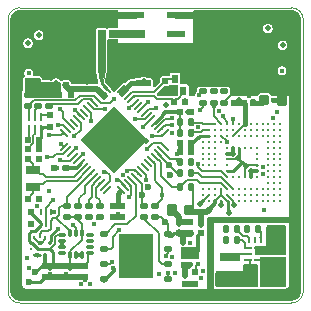
<source format=gtl>
%TF.GenerationSoftware,KiCad,Pcbnew,9.0.1*%
%TF.CreationDate,2025-12-15T19:45:57-06:00*%
%TF.ProjectId,ProtoCore_v1,50726f74-6f43-46f7-9265-5f76312e6b69,rev?*%
%TF.SameCoordinates,Original*%
%TF.FileFunction,Copper,L1,Top*%
%TF.FilePolarity,Positive*%
%FSLAX46Y46*%
G04 Gerber Fmt 4.6, Leading zero omitted, Abs format (unit mm)*
G04 Created by KiCad (PCBNEW 9.0.1) date 2025-12-15 19:45:57*
%MOMM*%
%LPD*%
G01*
G04 APERTURE LIST*
G04 Aperture macros list*
%AMRoundRect*
0 Rectangle with rounded corners*
0 $1 Rounding radius*
0 $2 $3 $4 $5 $6 $7 $8 $9 X,Y pos of 4 corners*
0 Add a 4 corners polygon primitive as box body*
4,1,4,$2,$3,$4,$5,$6,$7,$8,$9,$2,$3,0*
0 Add four circle primitives for the rounded corners*
1,1,$1+$1,$2,$3*
1,1,$1+$1,$4,$5*
1,1,$1+$1,$6,$7*
1,1,$1+$1,$8,$9*
0 Add four rect primitives between the rounded corners*
20,1,$1+$1,$2,$3,$4,$5,0*
20,1,$1+$1,$4,$5,$6,$7,0*
20,1,$1+$1,$6,$7,$8,$9,0*
20,1,$1+$1,$8,$9,$2,$3,0*%
%AMRotRect*
0 Rectangle, with rotation*
0 The origin of the aperture is its center*
0 $1 length*
0 $2 width*
0 $3 Rotation angle, in degrees counterclockwise*
0 Add horizontal line*
21,1,$1,$2,0,0,$3*%
G04 Aperture macros list end*
%TA.AperFunction,Conductor*%
%ADD10C,0.001000*%
%TD*%
%TA.AperFunction,SMDPad,CuDef*%
%ADD11RoundRect,0.082500X-0.192500X0.197500X-0.192500X-0.197500X0.192500X-0.197500X0.192500X0.197500X0*%
%TD*%
%TA.AperFunction,SMDPad,CuDef*%
%ADD12R,0.246234X0.804110*%
%TD*%
%TA.AperFunction,SMDPad,CuDef*%
%ADD13R,0.246236X0.804111*%
%TD*%
%TA.AperFunction,SMDPad,CuDef*%
%ADD14R,0.242472X0.804111*%
%TD*%
%TA.AperFunction,SMDPad,CuDef*%
%ADD15R,0.246232X0.804111*%
%TD*%
%TA.AperFunction,SMDPad,CuDef*%
%ADD16RoundRect,0.076500X0.243500X-0.178500X0.243500X0.178500X-0.243500X0.178500X-0.243500X-0.178500X0*%
%TD*%
%TA.AperFunction,SMDPad,CuDef*%
%ADD17RoundRect,0.082500X0.197500X0.192500X-0.197500X0.192500X-0.197500X-0.192500X0.197500X-0.192500X0*%
%TD*%
%TA.AperFunction,SMDPad,CuDef*%
%ADD18RoundRect,0.082500X0.192500X-0.197500X0.192500X0.197500X-0.192500X0.197500X-0.192500X-0.197500X0*%
%TD*%
%TA.AperFunction,SMDPad,CuDef*%
%ADD19RoundRect,0.076500X-0.243500X0.178500X-0.243500X-0.178500X0.243500X-0.178500X0.243500X0.178500X0*%
%TD*%
%TA.AperFunction,SMDPad,CuDef*%
%ADD20RoundRect,0.082500X-0.197500X-0.192500X0.197500X-0.192500X0.197500X0.192500X-0.197500X0.192500X0*%
%TD*%
%TA.AperFunction,SMDPad,CuDef*%
%ADD21RoundRect,0.076500X0.178500X0.243500X-0.178500X0.243500X-0.178500X-0.243500X0.178500X-0.243500X0*%
%TD*%
%TA.AperFunction,SMDPad,CuDef*%
%ADD22C,0.600000*%
%TD*%
%TA.AperFunction,SMDPad,CuDef*%
%ADD23R,1.300000X0.750000*%
%TD*%
%TA.AperFunction,SMDPad,CuDef*%
%ADD24RotRect,0.840000X0.220000X315.000000*%
%TD*%
%TA.AperFunction,SMDPad,CuDef*%
%ADD25RotRect,0.220000X0.840000X315.000000*%
%TD*%
%TA.AperFunction,SMDPad,CuDef*%
%ADD26RotRect,4.000000X4.000000X315.000000*%
%TD*%
%TA.AperFunction,SMDPad,CuDef*%
%ADD27R,0.580000X0.730000*%
%TD*%
%TA.AperFunction,SMDPad,CuDef*%
%ADD28R,1.800000X0.800000*%
%TD*%
%TA.AperFunction,SMDPad,CuDef*%
%ADD29C,0.290000*%
%TD*%
%TA.AperFunction,SMDPad,CuDef*%
%ADD30RoundRect,0.125000X-0.250000X-0.125000X0.250000X-0.125000X0.250000X0.125000X-0.250000X0.125000X0*%
%TD*%
%TA.AperFunction,HeatsinkPad*%
%ADD31R,3.000000X3.750000*%
%TD*%
%TA.AperFunction,SMDPad,CuDef*%
%ADD32RoundRect,0.123750X-0.288750X-0.338750X0.288750X-0.338750X0.288750X0.338750X-0.288750X0.338750X0*%
%TD*%
%TA.AperFunction,SMDPad,CuDef*%
%ADD33RoundRect,0.123750X-0.288750X-0.351250X0.288750X-0.351250X0.288750X0.351250X-0.288750X0.351250X0*%
%TD*%
%TA.AperFunction,SMDPad,CuDef*%
%ADD34RoundRect,0.123750X0.288750X0.338750X-0.288750X0.338750X-0.288750X-0.338750X0.288750X-0.338750X0*%
%TD*%
%TA.AperFunction,SMDPad,CuDef*%
%ADD35RoundRect,0.123750X0.288750X0.351250X-0.288750X0.351250X-0.288750X-0.351250X0.288750X-0.351250X0*%
%TD*%
%TA.AperFunction,SMDPad,CuDef*%
%ADD36RoundRect,0.076500X-0.178500X-0.243500X0.178500X-0.243500X0.178500X0.243500X-0.178500X0.243500X0*%
%TD*%
%TA.AperFunction,SMDPad,CuDef*%
%ADD37RoundRect,0.135000X0.540000X-0.315000X0.540000X0.315000X-0.540000X0.315000X-0.540000X-0.315000X0*%
%TD*%
%TA.AperFunction,SMDPad,CuDef*%
%ADD38RoundRect,0.087500X-0.225000X-0.087500X0.225000X-0.087500X0.225000X0.087500X-0.225000X0.087500X0*%
%TD*%
%TA.AperFunction,SMDPad,CuDef*%
%ADD39RoundRect,0.087500X-0.087500X-0.225000X0.087500X-0.225000X0.087500X0.225000X-0.087500X0.225000X0*%
%TD*%
%TA.AperFunction,SMDPad,CuDef*%
%ADD40RoundRect,0.055000X-0.240000X-0.220000X0.240000X-0.220000X0.240000X0.220000X-0.240000X0.220000X0*%
%TD*%
%TA.AperFunction,SMDPad,CuDef*%
%ADD41R,0.200000X0.600000*%
%TD*%
%TA.AperFunction,SMDPad,CuDef*%
%ADD42R,0.200000X1.600000*%
%TD*%
%TA.AperFunction,SMDPad,CuDef*%
%ADD43RoundRect,0.056250X0.143750X-0.131250X0.143750X0.131250X-0.143750X0.131250X-0.143750X-0.131250X0*%
%TD*%
%TA.AperFunction,HeatsinkPad*%
%ADD44R,1.600000X1.000000*%
%TD*%
%TA.AperFunction,SMDPad,CuDef*%
%ADD45R,0.275000X0.250000*%
%TD*%
%TA.AperFunction,SMDPad,CuDef*%
%ADD46R,0.250000X0.275000*%
%TD*%
%TA.AperFunction,SMDPad,CuDef*%
%ADD47RoundRect,0.135000X-0.540000X0.315000X-0.540000X-0.315000X0.540000X-0.315000X0.540000X0.315000X0*%
%TD*%
%TA.AperFunction,SMDPad,CuDef*%
%ADD48RoundRect,0.135000X-0.315000X-0.540000X0.315000X-0.540000X0.315000X0.540000X-0.315000X0.540000X0*%
%TD*%
%TA.AperFunction,SMDPad,CuDef*%
%ADD49R,0.650000X0.200000*%
%TD*%
%TA.AperFunction,SMDPad,CuDef*%
%ADD50R,1.000000X0.200000*%
%TD*%
%TA.AperFunction,SMDPad,CuDef*%
%ADD51R,0.250000X0.550000*%
%TD*%
%TA.AperFunction,SMDPad,CuDef*%
%ADD52R,1.500000X0.600000*%
%TD*%
%TA.AperFunction,ViaPad*%
%ADD53C,0.450000*%
%TD*%
%TA.AperFunction,ViaPad*%
%ADD54C,0.500000*%
%TD*%
%TA.AperFunction,Conductor*%
%ADD55C,0.200000*%
%TD*%
%TA.AperFunction,Conductor*%
%ADD56C,0.220000*%
%TD*%
%TA.AperFunction,Conductor*%
%ADD57C,0.150000*%
%TD*%
%TA.AperFunction,Conductor*%
%ADD58C,0.400000*%
%TD*%
%TA.AperFunction,Conductor*%
%ADD59C,0.500000*%
%TD*%
%TA.AperFunction,Conductor*%
%ADD60C,0.250000*%
%TD*%
%TA.AperFunction,Conductor*%
%ADD61C,0.300000*%
%TD*%
%TA.AperFunction,Conductor*%
%ADD62C,0.600000*%
%TD*%
%TA.AperFunction,Conductor*%
%ADD63C,0.100000*%
%TD*%
%TA.AperFunction,Conductor*%
%ADD64C,0.156500*%
%TD*%
%TA.AperFunction,Conductor*%
%ADD65C,0.157500*%
%TD*%
%TA.AperFunction,Conductor*%
%ADD66C,0.225000*%
%TD*%
%TA.AperFunction,Profile*%
%ADD67C,0.100000*%
%TD*%
G04 APERTURE END LIST*
%TO.N,/External Interface/RF_FEED_ANT*%
D10*
X146080000Y-89400000D02*
X148990000Y-89400000D01*
X148990000Y-90000000D01*
X146080000Y-90000000D01*
X146080000Y-89400000D01*
%TA.AperFunction,Conductor*%
G36*
X146080000Y-89400000D02*
G01*
X148990000Y-89400000D01*
X148990000Y-90000000D01*
X146080000Y-90000000D01*
X146080000Y-89400000D01*
G37*
%TD.AperFunction*%
%TO.N,RF_FEED*%
X145710000Y-92800000D02*
X145520492Y-93700089D01*
X145520285Y-93700411D01*
X145520000Y-93700500D01*
X145300000Y-93700500D01*
X145299646Y-93700354D01*
X145299510Y-93700098D01*
X145110000Y-92800000D01*
X145110000Y-89400000D01*
X145710000Y-89400000D01*
X145710000Y-92800000D01*
%TA.AperFunction,Conductor*%
G36*
X145710000Y-92800000D02*
G01*
X145520492Y-93700089D01*
X145520285Y-93700411D01*
X145520000Y-93700500D01*
X145300000Y-93700500D01*
X145299646Y-93700354D01*
X145299510Y-93700098D01*
X145110000Y-92800000D01*
X145110000Y-89400000D01*
X145710000Y-89400000D01*
X145710000Y-92800000D01*
G37*
%TD.AperFunction*%
%TD*%
D11*
%TO.P,C37,1*%
%TO.N,+3V3*%
X143175000Y-109327500D03*
%TO.P,C37,2*%
%TO.N,GND*%
X143175000Y-110287500D03*
%TD*%
D12*
%TO.P,U4,1,CTR*%
%TO.N,/Power Management/SUP_CTR*%
X139261883Y-97775444D03*
D13*
%TO.P,U4,2,CTS*%
%TO.N,/Power Management/SUP_CTS*%
X139761882Y-97775444D03*
D14*
%TO.P,U4,3,GND*%
%TO.N,GND*%
X140259999Y-97775444D03*
D13*
%TO.P,U4,4,VDD*%
%TO.N,+3V3*%
X140261881Y-96729556D03*
%TO.P,U4,5,SNS*%
%TO.N,CORE_RESET_N*%
X139761882Y-96729556D03*
D15*
%TO.P,U4,6,RST_N*%
%TO.N,CORE_RST_REQ_N*%
X139261884Y-96729556D03*
%TD*%
D16*
%TO.P,R4,1*%
%TO.N,+3V3*%
X143400000Y-105240000D03*
%TO.P,R4,2*%
%TO.N,I2C0_SCL*%
X143400000Y-104250000D03*
%TD*%
D17*
%TO.P,C31,1*%
%TO.N,Net-(U7-VDDI)*%
X153025000Y-98950000D03*
%TO.P,C31,2*%
%TO.N,GND*%
X152065000Y-98950000D03*
%TD*%
D11*
%TO.P,C3,1*%
%TO.N,/Microcontroller/CLK_MAIN_IN*%
X150790000Y-93712500D03*
%TO.P,C3,2*%
%TO.N,GND*%
X150790000Y-94672500D03*
%TD*%
D18*
%TO.P,C26,1*%
%TO.N,+3V3*%
X151975000Y-106575000D03*
%TO.P,C26,2*%
%TO.N,GND*%
X151975000Y-105615000D03*
%TD*%
D19*
%TO.P,R7,1*%
%TO.N,/Microcontroller/UART0_RX_MCU*%
X154000000Y-94580000D03*
%TO.P,R7,2*%
%TO.N,UART0_RX*%
X154000000Y-95570000D03*
%TD*%
D11*
%TO.P,C40,1*%
%TO.N,+3V3*%
X141469098Y-109327500D03*
%TO.P,C40,2*%
%TO.N,GND*%
X141469098Y-110287500D03*
%TD*%
D20*
%TO.P,C9,1*%
%TO.N,+3V3*%
X152040000Y-96350000D03*
%TO.P,C9,2*%
%TO.N,GND*%
X153000000Y-96350000D03*
%TD*%
D11*
%TO.P,C25,1*%
%TO.N,+3V3*%
X139425000Y-104825000D03*
%TO.P,C25,2*%
%TO.N,GND*%
X139425000Y-105785000D03*
%TD*%
D21*
%TO.P,R22,1*%
%TO.N,EMMC_DAT3*%
X153015000Y-98100000D03*
%TO.P,R22,2*%
%TO.N,+3V3*%
X152025000Y-98100000D03*
%TD*%
D16*
%TO.P,R3,1*%
%TO.N,+3V3*%
X142475000Y-105240000D03*
%TO.P,R3,2*%
%TO.N,I2C0_SDA*%
X142475000Y-104250000D03*
%TD*%
D19*
%TO.P,R15,1*%
%TO.N,+3V3*%
X139180000Y-94860000D03*
%TO.P,R15,2*%
%TO.N,CORE_RST_REQ_N*%
X139180000Y-95850000D03*
%TD*%
D11*
%TO.P,C11,1*%
%TO.N,+3V3*%
X147175000Y-104265000D03*
%TO.P,C11,2*%
%TO.N,GND*%
X147175000Y-105225000D03*
%TD*%
D22*
%TO.P,TP9,1,1*%
%TO.N,GND*%
X149375000Y-102700000D03*
%TD*%
D23*
%TO.P,Y1,1*%
%TO.N,/Microcontroller/CLK_RTC_IN*%
X139625000Y-101250002D03*
%TO.P,Y1,2*%
%TO.N,/Microcontroller/CLK_RTC_OUT*%
X139625000Y-102700000D03*
%TD*%
D24*
%TO.P,U1,1,LNA_IN*%
%TO.N,RF_FEED*%
X145917177Y-94398045D03*
%TO.P,U1,2,VDD3P3*%
%TO.N,/Microcontroller/VDD_PI_OUT*%
X145634334Y-94680887D03*
%TO.P,U1,3,VDD3P3*%
X145351491Y-94963730D03*
%TO.P,U1,4,CHIP_PU*%
%TO.N,CORE_RST_REQ_N*%
X145068649Y-95246573D03*
%TO.P,U1,5,BOOT0/GPIO0*%
%TO.N,CORE_BOOT_SEL*%
X144785806Y-95529415D03*
%TO.P,U1,6,GPIO1*%
%TO.N,IO0*%
X144502963Y-95812258D03*
%TO.P,U1,7,GPIO2*%
%TO.N,IO1*%
X144220121Y-96095101D03*
%TO.P,U1,8,GPIO3*%
%TO.N,unconnected-(U1A-GPIO3-Pad8)*%
X143937278Y-96377944D03*
%TO.P,U1,9,GPIO4*%
%TO.N,IO2*%
X143654435Y-96660786D03*
%TO.P,U1,10,GPIO5*%
%TO.N,IO3*%
X143371592Y-96943629D03*
%TO.P,U1,11,GPIO6*%
%TO.N,unconnected-(U1A-GPIO6-Pad11)*%
X143088750Y-97226472D03*
%TO.P,U1,12,GPIO7*%
%TO.N,IO4*%
X142805907Y-97509314D03*
%TO.P,U1,13,GPIO8*%
%TO.N,IO5*%
X142523064Y-97792157D03*
%TO.P,U1,14,GPIO9*%
%TO.N,IO6*%
X142240222Y-98075000D03*
D25*
%TO.P,U1,15,GPIO10*%
%TO.N,IO7*%
X142240222Y-99255868D03*
%TO.P,U1,16,GPIO11*%
%TO.N,IO8*%
X142523064Y-99538711D03*
%TO.P,U1,17,GPIO12*%
%TO.N,IO9*%
X142805907Y-99821554D03*
%TO.P,U1,18,GPIO13*%
%TO.N,IO10*%
X143088750Y-100104396D03*
%TO.P,U1,19,GPIO14*%
%TO.N,IO11*%
X143371592Y-100387239D03*
%TO.P,U1,20,VDD3P3_RTC*%
%TO.N,+3V3*%
X143654435Y-100670082D03*
%TO.P,U1,21,XTAL_32K_P*%
%TO.N,/Microcontroller/CLK_RTC_IN*%
X143937278Y-100952924D03*
%TO.P,U1,22,XTAL_32K_N*%
%TO.N,/Microcontroller/CLK_RTC_OUT*%
X144220121Y-101235767D03*
%TO.P,U1,23,GPIO17*%
%TO.N,I2C0_SDA*%
X144502963Y-101518610D03*
%TO.P,U1,24,GPIO18*%
%TO.N,I2C0_SCL*%
X144785806Y-101801453D03*
%TO.P,U1,25,GPIO19/USB_D-*%
%TO.N,/Microcontroller/USB_MCU_D-*%
X145068649Y-102084295D03*
%TO.P,U1,26,GPIO20/USB_D+*%
%TO.N,/Microcontroller/USB_MCU_D+*%
X145351491Y-102367138D03*
%TO.P,U1,27,GPIO21*%
%TO.N,INT_IMU*%
X145634334Y-102649981D03*
%TO.P,U1,28,GPIO26/SPICS1*%
%TO.N,unconnected-(U1A-GPIO26{slash}SPICS1-Pad28)*%
X145917177Y-102932823D03*
D24*
%TO.P,U1,29,VDD_SPI*%
%TO.N,+3V3*%
X147098045Y-102932823D03*
%TO.P,U1,30,GPIO27/SPIHD*%
%TO.N,QSPI_IO3*%
X147380888Y-102649981D03*
%TO.P,U1,31,GPIO28/SPIWP*%
%TO.N,QSPI_IO2*%
X147663731Y-102367138D03*
%TO.P,U1,32,GPIO29/SPICS0*%
%TO.N,QSPI_CS*%
X147946573Y-102084295D03*
%TO.P,U1,33,GPIO30/SPICLK*%
%TO.N,/Microcontroller/QSPI_CLK_MCU*%
X148229416Y-101801453D03*
%TO.P,U1,34,GPIO31/SPIQ*%
%TO.N,QSPI_IO1*%
X148512259Y-101518610D03*
%TO.P,U1,35,GPIO32/SPID*%
%TO.N,QSPI_IO0*%
X148795101Y-101235767D03*
%TO.P,U1,36,GPIO48/SPICLK_N*%
%TO.N,unconnected-(U1A-GPIO48{slash}SPICLK_N-Pad36)*%
X149077944Y-100952924D03*
%TO.P,U1,37,GPIO47/SPICLK_P*%
%TO.N,unconnected-(U1A-GPIO47{slash}SPICLK_P-Pad37)*%
X149360787Y-100670082D03*
%TO.P,U1,38,GPIO33*%
%TO.N,3V3_AUX_EN*%
X149643630Y-100387239D03*
%TO.P,U1,39,GPIO34*%
%TO.N,EMMC_CMD*%
X149926472Y-100104396D03*
%TO.P,U1,40,GPIO35*%
%TO.N,/Microcontroller/EMMC_CLK_MCU*%
X150209315Y-99821554D03*
%TO.P,U1,41,GPIO36*%
%TO.N,EMMC_DAT2*%
X150492158Y-99538711D03*
%TO.P,U1,42,GPIO37*%
%TO.N,EMMC_DAT3*%
X150775000Y-99255868D03*
D25*
%TO.P,U1,43,GPIO38*%
%TO.N,EMMC_DAT0*%
X150775000Y-98075000D03*
%TO.P,U1,44,GPIO39/MTCK*%
%TO.N,EMMC_DAT1*%
X150492158Y-97792157D03*
%TO.P,U1,45,GPIO40/MTDO*%
%TO.N,IO14*%
X150209315Y-97509314D03*
%TO.P,U1,46,VDD3P3_CPU*%
%TO.N,+3V3*%
X149926472Y-97226472D03*
%TO.P,U1,47,GPIO41/MTDI*%
%TO.N,IO15*%
X149643630Y-96943629D03*
%TO.P,U1,48,GPIO42/MTMS*%
%TO.N,IO16*%
X149360787Y-96660786D03*
%TO.P,U1,49,GPIO43/U0TXD*%
%TO.N,UART0_TX*%
X149077944Y-96377944D03*
%TO.P,U1,50,GPIO44/U0RXD*%
%TO.N,/Microcontroller/UART0_RX_MCU*%
X148795101Y-96095101D03*
%TO.P,U1,51,GPIO45*%
%TO.N,unconnected-(U1A-GPIO45-Pad51)*%
X148512259Y-95812258D03*
%TO.P,U1,52,BOOT1/GPIO46*%
%TO.N,/Microcontroller/BOOT1*%
X148229416Y-95529415D03*
%TO.P,U1,53,XTAL_40M_N*%
%TO.N,/Microcontroller/CLK_MAIN_OUT*%
X147946573Y-95246573D03*
%TO.P,U1,54,XTAL_40M_P*%
%TO.N,/Microcontroller/CLK_MAIN_IN*%
X147663731Y-94963730D03*
%TO.P,U1,55,VDDA*%
%TO.N,+3V3*%
X147380888Y-94680887D03*
%TO.P,U1,56,VDDA*%
X147098045Y-94398045D03*
D26*
%TO.P,U1,57,GND*%
%TO.N,GND*%
X146507611Y-98665434D03*
%TD*%
D27*
%TO.P,Y2,1*%
%TO.N,/Microcontroller/CLK_MAIN_IN*%
X151650000Y-93512500D03*
%TO.P,Y2,2,GND*%
%TO.N,GND*%
X151650000Y-94512500D03*
%TO.P,Y2,3*%
%TO.N,/Microcontroller/CLK_MAIN_OUT*%
X152350000Y-94512500D03*
%TO.P,Y2,4,GND__1*%
%TO.N,GND*%
X152350000Y-93512500D03*
%TD*%
D21*
%TO.P,R13,1*%
%TO.N,/Power Management/REG_PG*%
X156915000Y-107175000D03*
%TO.P,R13,2*%
%TO.N,+3V3*%
X155925000Y-107175000D03*
%TD*%
D18*
%TO.P,C5,1*%
%TO.N,+3V3*%
X141575000Y-94075000D03*
%TO.P,C5,2*%
%TO.N,GND*%
X141575000Y-93115000D03*
%TD*%
%TO.P,C29,1*%
%TO.N,+3V3*%
X156650000Y-95575000D03*
%TO.P,C29,2*%
%TO.N,GND*%
X156650000Y-94615000D03*
%TD*%
D28*
%TO.P,L3,1,1*%
%TO.N,/Power Management/REG_SW*%
X156275000Y-108625001D03*
%TO.P,L3,2,2*%
%TO.N,+3V3*%
X156275000Y-110224999D03*
%TD*%
D20*
%TO.P,C13,1*%
%TO.N,/Microcontroller/CLK_RTC_OUT*%
X139165000Y-103675000D03*
%TO.P,C13,2*%
%TO.N,GND*%
X140125000Y-103675000D03*
%TD*%
D16*
%TO.P,R11,1*%
%TO.N,+3V3*%
X149975000Y-105240000D03*
%TO.P,R11,2*%
%TO.N,3V3_AUX_EN*%
X149975000Y-104250000D03*
%TD*%
D18*
%TO.P,C8,1*%
%TO.N,/Microcontroller/VDD_PI_OUT*%
X142400000Y-94075000D03*
%TO.P,C8,2*%
%TO.N,GND*%
X142400000Y-93115000D03*
%TD*%
D29*
%TO.P,U7,A3,DAT0*%
%TO.N,EMMC_DAT0*%
X154050000Y-97350000D03*
X154550000Y-97350000D03*
X155050000Y-97350000D03*
%TO.P,U7,A4,DAT1*%
%TO.N,EMMC_DAT1*%
X155550000Y-97350000D03*
%TO.P,U7,A5,DAT2*%
%TO.N,EMMC_DAT2*%
X156050000Y-97350000D03*
%TO.P,U7,A6,VSS*%
%TO.N,GND*%
X156550000Y-97350000D03*
%TO.P,U7,A7,NC*%
%TO.N,unconnected-(U7-NC-PadA7)*%
X157050000Y-97350000D03*
%TO.P,U7,A9,NC*%
%TO.N,unconnected-(U7-NC-PadA9)*%
X158050000Y-97350000D03*
%TO.P,U7,A10,NC*%
%TO.N,unconnected-(U7-NC-PadA10)*%
X158550000Y-97350000D03*
%TO.P,U7,A11,NC*%
%TO.N,unconnected-(U7-NC-PadA11)*%
X159050000Y-97350000D03*
%TO.P,U7,A12,NC*%
%TO.N,unconnected-(U7-NC-PadA12)*%
X159550000Y-97350000D03*
%TO.P,U7,A13,NC*%
%TO.N,unconnected-(U7-NC-PadA13)*%
X160050000Y-97350000D03*
%TO.P,U7,A14,NC*%
%TO.N,unconnected-(U7-NC-PadA14)*%
X160550000Y-97350000D03*
%TO.P,U7,B2,DAT3*%
%TO.N,EMMC_DAT3*%
X154050000Y-97850000D03*
X154550000Y-97850000D03*
%TO.P,U7,B3,NC*%
%TO.N,unconnected-(U7-NC-PadB3)*%
X155050000Y-97850000D03*
%TO.P,U7,B4,NC*%
%TO.N,unconnected-(U7-NC-PadB4)*%
X155550000Y-97850000D03*
%TO.P,U7,B5,NC*%
%TO.N,unconnected-(U7-NC-PadB5)*%
X156050000Y-97850000D03*
%TO.P,U7,B6,NC*%
%TO.N,unconnected-(U7-NC-PadB6)*%
X156550000Y-97850000D03*
%TO.P,U7,B8,NC*%
%TO.N,unconnected-(U7-NC-PadB8)*%
X157550000Y-97850000D03*
%TO.P,U7,B9,NC*%
%TO.N,unconnected-(U7-NC-PadB9)*%
X158050000Y-97850000D03*
%TO.P,U7,B10,NC*%
%TO.N,unconnected-(U7-NC-PadB10)*%
X158550000Y-97850000D03*
%TO.P,U7,B11,NC*%
%TO.N,unconnected-(U7-NC-PadB11)*%
X159050000Y-97850000D03*
%TO.P,U7,B12,NC*%
%TO.N,unconnected-(U7-NC-PadB12)*%
X159550000Y-97850000D03*
%TO.P,U7,B13,NC*%
%TO.N,unconnected-(U7-NC-PadB13)*%
X160050000Y-97850000D03*
%TO.P,U7,B14,NC*%
%TO.N,unconnected-(U7-NC-PadB14)*%
X160550000Y-97850000D03*
%TO.P,U7,C2,VDDI*%
%TO.N,Net-(U7-VDDI)*%
X154050000Y-98350000D03*
X154550000Y-98350000D03*
%TO.P,U7,C3,NC*%
%TO.N,unconnected-(U7-NC-PadC3)*%
X155050000Y-98350000D03*
%TO.P,U7,C4,VSSQ*%
%TO.N,GND*%
X155550000Y-98350000D03*
%TO.P,U7,C5,NC*%
%TO.N,unconnected-(U7-NC-PadC5)*%
X156050000Y-98350000D03*
%TO.P,U7,C6,VCCQ*%
%TO.N,+3V3*%
X156550000Y-98350000D03*
X157050000Y-97850000D03*
X157550000Y-97350000D03*
%TO.P,U7,C7,NC*%
%TO.N,unconnected-(U7-NC-PadC7)*%
X157050000Y-98350000D03*
%TO.P,U7,C8,NC*%
%TO.N,unconnected-(U7-NC-PadC8)*%
X157550000Y-98350000D03*
%TO.P,U7,C9,NC*%
%TO.N,unconnected-(U7-NC-PadC9)*%
X158050000Y-98350000D03*
%TO.P,U7,C10,NC*%
%TO.N,unconnected-(U7-NC-PadC10)*%
X158550000Y-98350000D03*
%TO.P,U7,C11,NC*%
%TO.N,unconnected-(U7-NC-PadC11)*%
X159050000Y-98350000D03*
%TO.P,U7,C12,NC*%
%TO.N,unconnected-(U7-NC-PadC12)*%
X159550000Y-98350000D03*
%TO.P,U7,C13,NC*%
%TO.N,unconnected-(U7-NC-PadC13)*%
X160050000Y-98350000D03*
%TO.P,U7,C14,NC*%
%TO.N,unconnected-(U7-NC-PadC14)*%
X160550000Y-98350000D03*
%TO.P,U7,D1,NC*%
%TO.N,unconnected-(U7-NC-PadD1)*%
X154050000Y-98850000D03*
%TO.P,U7,D2,NC*%
%TO.N,unconnected-(U7-NC-PadD2)*%
X154550000Y-98850000D03*
%TO.P,U7,D3,NC*%
%TO.N,unconnected-(U7-NC-PadD3)*%
X155050000Y-98850000D03*
%TO.P,U7,D4,NC*%
%TO.N,unconnected-(U7-NC-PadD4)*%
X155550000Y-98850000D03*
%TO.P,U7,D12,NC*%
%TO.N,unconnected-(U7-NC-PadD12)*%
X159550000Y-98850000D03*
%TO.P,U7,D13,NC*%
%TO.N,unconnected-(U7-NC-PadD13)*%
X160050000Y-98850000D03*
%TO.P,U7,D14,NC*%
%TO.N,unconnected-(U7-NC-PadD14)*%
X160550000Y-98850000D03*
%TO.P,U7,E1,NC*%
%TO.N,unconnected-(U7-NC-PadE1)*%
X154050000Y-99350000D03*
%TO.P,U7,E2,NC*%
%TO.N,unconnected-(U7-NC-PadE2)*%
X154550000Y-99350000D03*
%TO.P,U7,E3,NC*%
%TO.N,unconnected-(U7-NC-PadE3)*%
X155050000Y-99350000D03*
%TO.P,U7,E5,NC*%
%TO.N,unconnected-(U7-NC-PadE5)*%
X156050000Y-99350000D03*
%TO.P,U7,E6,VCC*%
%TO.N,+3V3*%
X156550000Y-99350000D03*
%TO.P,U7,E7,VSS*%
%TO.N,GND*%
X157050000Y-99350000D03*
%TO.P,U7,E8,NC*%
%TO.N,unconnected-(U7-NC-PadE8)*%
X157550000Y-99350000D03*
%TO.P,U7,E9,NC*%
%TO.N,unconnected-(U7-NC-PadE9)*%
X158050000Y-99350000D03*
%TO.P,U7,E10,NC*%
%TO.N,unconnected-(U7-NC-PadE10)*%
X158550000Y-99350000D03*
%TO.P,U7,E12,NC*%
%TO.N,unconnected-(U7-NC-PadE12)*%
X159550000Y-99350000D03*
%TO.P,U7,E13,NC*%
%TO.N,unconnected-(U7-NC-PadE13)*%
X160050000Y-99350000D03*
%TO.P,U7,E14,NC*%
%TO.N,unconnected-(U7-NC-PadE14)*%
X160550000Y-99350000D03*
%TO.P,U7,F1,NC*%
%TO.N,unconnected-(U7-NC-PadF1)*%
X154050000Y-99850000D03*
%TO.P,U7,F2,NC*%
%TO.N,unconnected-(U7-NC-PadF2)*%
X154550000Y-99850000D03*
%TO.P,U7,F3,NC*%
%TO.N,unconnected-(U7-NC-PadF3)*%
X155050000Y-99850000D03*
%TO.P,U7,F5,VCC*%
%TO.N,+3V3*%
X156050000Y-99850000D03*
%TO.P,U7,F10,NC*%
%TO.N,unconnected-(U7-NC-PadF10)*%
X158550000Y-99850000D03*
%TO.P,U7,F12,NC*%
%TO.N,unconnected-(U7-NC-PadF12)*%
X159550000Y-99850000D03*
%TO.P,U7,F13,NC*%
%TO.N,unconnected-(U7-NC-PadF13)*%
X160050000Y-99850000D03*
%TO.P,U7,F14,NC*%
%TO.N,unconnected-(U7-NC-PadF14)*%
X160550000Y-99850000D03*
%TO.P,U7,G1,NC*%
%TO.N,unconnected-(U7-NC-PadG1)*%
X154050000Y-100350000D03*
%TO.P,U7,G2,NC*%
%TO.N,unconnected-(U7-NC-PadG2)*%
X154550000Y-100350000D03*
%TO.P,U7,G3,NC*%
%TO.N,unconnected-(U7-NC-PadG3)*%
X155050000Y-100350000D03*
%TO.P,U7,G5,VSS*%
%TO.N,GND*%
X156050000Y-100350000D03*
%TO.P,U7,G10,NC*%
%TO.N,unconnected-(U7-NC-PadG10)*%
X158550000Y-100350000D03*
%TO.P,U7,G12,NC*%
%TO.N,unconnected-(U7-NC-PadG12)*%
X159550000Y-100350000D03*
%TO.P,U7,G13,NC*%
%TO.N,unconnected-(U7-NC-PadG13)*%
X160050000Y-100350000D03*
%TO.P,U7,G14,NC*%
%TO.N,unconnected-(U7-NC-PadG14)*%
X160550000Y-100350000D03*
%TO.P,U7,H1,NC*%
%TO.N,unconnected-(U7-NC-PadH1)*%
X154050000Y-100850000D03*
%TO.P,U7,H2,NC*%
%TO.N,unconnected-(U7-NC-PadH2)*%
X154550000Y-100850000D03*
%TO.P,U7,H3,NC*%
%TO.N,unconnected-(U7-NC-PadH3)*%
X155050000Y-100850000D03*
%TO.P,U7,H5,NC*%
%TO.N,unconnected-(U7-NC-PadH5)*%
X156050000Y-100850000D03*
%TO.P,U7,H10,VSS*%
%TO.N,GND*%
X158550000Y-100850000D03*
%TO.P,U7,H12,NC*%
%TO.N,unconnected-(U7-NC-PadH12)*%
X159550000Y-100850000D03*
%TO.P,U7,H13,NC*%
%TO.N,unconnected-(U7-NC-PadH13)*%
X160050000Y-100850000D03*
%TO.P,U7,H14,NC*%
%TO.N,unconnected-(U7-NC-PadH14)*%
X160550000Y-100850000D03*
%TO.P,U7,J5,VSS*%
%TO.N,GND*%
X156050000Y-101350000D03*
%TO.P,U7,J10,VCC*%
%TO.N,+3V3*%
X158550000Y-101350000D03*
%TO.P,U7,J12,NC*%
%TO.N,unconnected-(U7-NC-PadJ12)*%
X159550000Y-101350000D03*
%TO.P,U7,J13,NC*%
%TO.N,unconnected-(U7-NC-PadJ13)*%
X160050000Y-101350000D03*
%TO.P,U7,J14,NC*%
%TO.N,unconnected-(U7-NC-PadJ14)*%
X160550000Y-101350000D03*
%TO.P,U7,K5,RST_N*%
%TO.N,CORE_RST_REQ_N*%
X154050000Y-101350000D03*
X154550000Y-101350000D03*
X155050000Y-101350000D03*
X156050000Y-101850000D03*
%TO.P,U7,K6,NC*%
%TO.N,unconnected-(U7-NC-PadK6)*%
X156550000Y-101850000D03*
%TO.P,U7,K7,NC*%
%TO.N,unconnected-(U7-NC-PadK7)*%
X157050000Y-101850000D03*
%TO.P,U7,K8,VSS*%
%TO.N,GND*%
X157550000Y-101850000D03*
%TO.P,U7,K9,VCC*%
%TO.N,+3V3*%
X158050000Y-101850000D03*
%TO.P,U7,K10,NC*%
%TO.N,unconnected-(U7-NC-PadK10)*%
X158550000Y-101850000D03*
%TO.P,U7,K12,NC*%
%TO.N,unconnected-(U7-NC-PadK12)*%
X159550000Y-101850000D03*
%TO.P,U7,K13,NC*%
%TO.N,unconnected-(U7-NC-PadK13)*%
X160050000Y-101850000D03*
%TO.P,U7,K14,NC*%
%TO.N,unconnected-(U7-NC-PadK14)*%
X160550000Y-101850000D03*
%TO.P,U7,L12,NC*%
%TO.N,unconnected-(U7-NC-PadL12)*%
X159550000Y-102350000D03*
%TO.P,U7,L13,NC*%
%TO.N,unconnected-(U7-NC-PadL13)*%
X160050000Y-102350000D03*
%TO.P,U7,L14,NC*%
%TO.N,unconnected-(U7-NC-PadL14)*%
X160550000Y-102350000D03*
%TO.P,U7,M1,NC*%
%TO.N,unconnected-(U7-NC-PadM1)*%
X154050000Y-102850000D03*
%TO.P,U7,M2,NC*%
%TO.N,unconnected-(U7-NC-PadM2)*%
X154550000Y-102850000D03*
%TO.P,U7,M3,NC*%
%TO.N,unconnected-(U7-NC-PadM3)*%
X155050000Y-102850000D03*
%TO.P,U7,M4,VCCQ*%
%TO.N,+3V3*%
X155550000Y-102850000D03*
%TO.P,U7,M5,CMD*%
%TO.N,EMMC_CMD*%
X154050000Y-102350000D03*
X154550000Y-102350000D03*
X155050000Y-102350000D03*
X156050000Y-102850000D03*
%TO.P,U7,M6,CLK*%
%TO.N,EMMC_CLK*%
X154050000Y-101850000D03*
X154550000Y-101850000D03*
X155050000Y-101850000D03*
X156550000Y-102850000D03*
%TO.P,U7,M7,NC*%
%TO.N,unconnected-(U7-NC-PadM7)*%
X157050000Y-102850000D03*
%TO.P,U7,M8,NC*%
%TO.N,unconnected-(U7-NC-PadM8)*%
X157550000Y-102850000D03*
%TO.P,U7,M9,NC*%
%TO.N,unconnected-(U7-NC-PadM9)*%
X158050000Y-102850000D03*
%TO.P,U7,M10,NC*%
%TO.N,unconnected-(U7-NC-PadM10)*%
X158550000Y-102850000D03*
%TO.P,U7,M11,NC*%
%TO.N,unconnected-(U7-NC-PadM11)*%
X159050000Y-102850000D03*
%TO.P,U7,M12,NC*%
%TO.N,unconnected-(U7-NC-PadM12)*%
X159550000Y-102850000D03*
%TO.P,U7,M13,NC*%
%TO.N,unconnected-(U7-NC-PadM13)*%
X160050000Y-102850000D03*
%TO.P,U7,M14,NC*%
%TO.N,unconnected-(U7-NC-PadM14)*%
X160550000Y-102850000D03*
%TO.P,U7,N1,NC*%
%TO.N,unconnected-(U7-NC-PadN1)*%
X154050000Y-103350000D03*
%TO.P,U7,N2,VSSQ*%
%TO.N,GND*%
X154050000Y-103850000D03*
X154550000Y-103350000D03*
%TO.P,U7,N3,NC*%
%TO.N,unconnected-(U7-NC-PadN3)*%
X155050000Y-103350000D03*
%TO.P,U7,N4,VCCQ*%
%TO.N,+3V3*%
X155550000Y-103350000D03*
%TO.P,U7,N5,VSSQ*%
%TO.N,GND*%
X156050000Y-103350000D03*
%TO.P,U7,N6,NC*%
%TO.N,unconnected-(U7-NC-PadN6)*%
X156550000Y-103350000D03*
%TO.P,U7,N7,NC*%
%TO.N,unconnected-(U7-NC-PadN7)*%
X157050000Y-103350000D03*
%TO.P,U7,N8,NC*%
%TO.N,unconnected-(U7-NC-PadN8)*%
X157550000Y-103350000D03*
%TO.P,U7,N9,NC*%
%TO.N,unconnected-(U7-NC-PadN9)*%
X158050000Y-103350000D03*
%TO.P,U7,N10,NC*%
%TO.N,unconnected-(U7-NC-PadN10)*%
X158550000Y-103350000D03*
%TO.P,U7,N11,NC*%
%TO.N,unconnected-(U7-NC-PadN11)*%
X159050000Y-103350000D03*
%TO.P,U7,N12,NC*%
%TO.N,unconnected-(U7-NC-PadN12)*%
X159550000Y-103350000D03*
%TO.P,U7,N13,NC*%
%TO.N,unconnected-(U7-NC-PadN13)*%
X160050000Y-103350000D03*
%TO.P,U7,N14,NC*%
%TO.N,unconnected-(U7-NC-PadN14)*%
X160550000Y-103350000D03*
%TO.P,U7,P2,NC*%
%TO.N,unconnected-(U7-NC-PadP2)*%
X154550000Y-103850000D03*
%TO.P,U7,P3,VCCQ*%
%TO.N,+3V3*%
X155050000Y-103850000D03*
%TO.P,U7,P4,VSSQ*%
%TO.N,GND*%
X155550000Y-103850000D03*
%TO.P,U7,P5,VCCQ*%
%TO.N,+3V3*%
X156050000Y-103850000D03*
%TO.P,U7,P6,VSSQ*%
%TO.N,GND*%
X156550000Y-103850000D03*
%TO.P,U7,P7,NC*%
%TO.N,unconnected-(U7-NC-PadP7)*%
X157050000Y-103850000D03*
%TO.P,U7,P8,NC*%
%TO.N,unconnected-(U7-NC-PadP8)*%
X157550000Y-103850000D03*
%TO.P,U7,P9,NC*%
%TO.N,unconnected-(U7-NC-PadP9)*%
X158050000Y-103850000D03*
%TO.P,U7,P10,NC*%
%TO.N,unconnected-(U7-NC-PadP10)*%
X158550000Y-103850000D03*
%TO.P,U7,P11,NC*%
%TO.N,unconnected-(U7-NC-PadP11)*%
X159050000Y-103850000D03*
%TO.P,U7,P12,NC*%
%TO.N,unconnected-(U7-NC-PadP12)*%
X159550000Y-103850000D03*
%TO.P,U7,P13,NC*%
%TO.N,unconnected-(U7-NC-PadP13)*%
X160050000Y-103850000D03*
%TO.P,U7,P14,NC*%
%TO.N,unconnected-(U7-NC-PadP14)*%
X160550000Y-103850000D03*
%TD*%
D17*
%TO.P,C15,1*%
%TO.N,RF_FEED*%
X145400000Y-90530000D03*
%TO.P,C15,2*%
%TO.N,GND*%
X144440000Y-90530000D03*
%TD*%
D18*
%TO.P,C4,1*%
%TO.N,+3V3*%
X140750000Y-94075000D03*
%TO.P,C4,2*%
%TO.N,GND*%
X140750000Y-93115000D03*
%TD*%
D22*
%TO.P,TP15,1,1*%
%TO.N,GND*%
X151225000Y-101700000D03*
%TD*%
D30*
%TO.P,U6,1,CS*%
%TO.N,QSPI_CS*%
X145650000Y-106645000D03*
%TO.P,U6,2,IO1*%
%TO.N,QSPI_IO1*%
X145650000Y-107915000D03*
%TO.P,U6,3,IO2/WP*%
%TO.N,QSPI_IO2*%
X145650000Y-109185000D03*
%TO.P,U6,4,GND*%
%TO.N,GND*%
X145650000Y-110455000D03*
%TO.P,U6,5,IO0*%
%TO.N,QSPI_IO0*%
X151050000Y-110455000D03*
%TO.P,U6,6,CLK*%
%TO.N,QSPI_CLK*%
X151050000Y-109185000D03*
%TO.P,U6,7,IO3/HD*%
%TO.N,QSPI_IO3*%
X151050000Y-107915000D03*
%TO.P,U6,8,VDD*%
%TO.N,+3V3*%
X151050000Y-106645000D03*
D31*
%TO.P,U6,9,EP*%
%TO.N,GND*%
X148350000Y-108550000D03*
%TD*%
D22*
%TO.P,TP8,1,1*%
%TO.N,/Microcontroller/QSPI_CLK_MCU*%
X148875000Y-103375000D03*
%TD*%
D17*
%TO.P,C10,1*%
%TO.N,+3V3*%
X142375000Y-101050000D03*
%TO.P,C10,2*%
%TO.N,GND*%
X141415000Y-101050000D03*
%TD*%
D11*
%TO.P,C39,1*%
%TO.N,+3V3*%
X140619098Y-109327500D03*
%TO.P,C39,2*%
%TO.N,GND*%
X140619098Y-110287500D03*
%TD*%
D18*
%TO.P,C7,1*%
%TO.N,+3V3*%
X149350000Y-93910000D03*
%TO.P,C7,2*%
%TO.N,GND*%
X149350000Y-92950000D03*
%TD*%
D32*
%TO.P,C27,1*%
%TO.N,+3V3*%
X159200000Y-95337500D03*
D33*
%TO.P,C27,2*%
%TO.N,GND*%
X160675000Y-95350000D03*
%TD*%
D34*
%TO.P,C34,1*%
%TO.N,+3V3*%
X152825000Y-104625000D03*
D35*
%TO.P,C34,2*%
%TO.N,GND*%
X151350000Y-104612500D03*
%TD*%
D22*
%TO.P,TP19,1,1*%
%TO.N,+3V3*%
X139825000Y-109850000D03*
%TD*%
D17*
%TO.P,C33,1*%
%TO.N,Net-(U7-VDDI)*%
X153025000Y-99750000D03*
%TO.P,C33,2*%
%TO.N,GND*%
X152065000Y-99750000D03*
%TD*%
D36*
%TO.P,R17,1*%
%TO.N,EMMC_CMD*%
X152025000Y-102700000D03*
%TO.P,R17,2*%
%TO.N,+3V3*%
X153015000Y-102700000D03*
%TD*%
D37*
%TO.P,C1,1*%
%TO.N,+3V3*%
X139575000Y-93900000D03*
%TO.P,C1,2*%
%TO.N,GND*%
X139575000Y-92100000D03*
%TD*%
D11*
%TO.P,C6,1*%
%TO.N,+3V3*%
X146350000Y-104265000D03*
%TO.P,C6,2*%
%TO.N,GND*%
X146350000Y-105225000D03*
%TD*%
D20*
%TO.P,C24,1*%
%TO.N,/Power Management/SUP_CTR*%
X139160000Y-98670000D03*
%TO.P,C24,2*%
%TO.N,GND*%
X140120000Y-98670000D03*
%TD*%
%TO.P,C23,1*%
%TO.N,/Power Management/SUP_CTS*%
X139160000Y-99470000D03*
%TO.P,C23,2*%
%TO.N,GND*%
X140120000Y-99470000D03*
%TD*%
D19*
%TO.P,R9,1*%
%TO.N,/Microcontroller/QSPI_CLK_MCU*%
X149050000Y-104250000D03*
%TO.P,R9,2*%
%TO.N,QSPI_CLK*%
X149050000Y-105240000D03*
%TD*%
D36*
%TO.P,R8,1*%
%TO.N,/Microcontroller/EMMC_CLK_MCU*%
X152025000Y-101475000D03*
%TO.P,R8,2*%
%TO.N,EMMC_CLK*%
X153015000Y-101475000D03*
%TD*%
D22*
%TO.P,TP18,1,1*%
%TO.N,+3V3*%
X150800000Y-105675000D03*
%TD*%
D11*
%TO.P,C35,1*%
%TO.N,+3V3*%
X144025000Y-109327500D03*
%TO.P,C35,2*%
%TO.N,GND*%
X144025000Y-110287500D03*
%TD*%
D18*
%TO.P,C38,1*%
%TO.N,+3V3*%
X157450000Y-95575000D03*
%TO.P,C38,2*%
%TO.N,GND*%
X157450000Y-94615000D03*
%TD*%
D11*
%TO.P,C22,1*%
%TO.N,+3V3*%
X141020000Y-96600000D03*
%TO.P,C22,2*%
%TO.N,GND*%
X141020000Y-97560000D03*
%TD*%
D18*
%TO.P,C18,1*%
%TO.N,+3V3*%
X152900000Y-106575000D03*
%TO.P,C18,2*%
%TO.N,GND*%
X152900000Y-105615000D03*
%TD*%
D38*
%TO.P,U8,1,SDO*%
%TO.N,+3V3*%
X142087500Y-106762500D03*
%TO.P,U8,2,SDX*%
%TO.N,GND*%
X142087500Y-107262500D03*
%TO.P,U8,3,SCX*%
X142087500Y-107762500D03*
%TO.P,U8,4,INT1*%
%TO.N,INT_IMU*%
X142087500Y-108262500D03*
D39*
%TO.P,U8,5,VDDIO*%
%TO.N,+3V3*%
X142750000Y-108425000D03*
%TO.P,U8,6,GND*%
%TO.N,GND*%
X143250000Y-108425000D03*
%TO.P,U8,7,GND__1*%
X143750000Y-108425000D03*
D38*
%TO.P,U8,8,VDD*%
%TO.N,+3V3*%
X144412500Y-108262500D03*
%TO.P,U8,9,INT2*%
%TO.N,unconnected-(U8-INT2-Pad9)*%
X144412500Y-107762500D03*
%TO.P,U8,10,NC*%
%TO.N,unconnected-(U8-NC-Pad10)*%
X144412500Y-107262500D03*
%TO.P,U8,11,NC__1*%
%TO.N,unconnected-(U8-NC__1-Pad11)*%
X144412500Y-106762500D03*
D39*
%TO.P,U8,12,CS*%
%TO.N,+3V3*%
X143750000Y-106600000D03*
%TO.P,U8,13,SCL*%
%TO.N,I2C0_SCL*%
X143250000Y-106600000D03*
%TO.P,U8,14,SDA*%
%TO.N,I2C0_SDA*%
X142750000Y-106600000D03*
%TD*%
D40*
%TO.P,L1,1,1*%
%TO.N,+3V3*%
X141825000Y-94850000D03*
%TO.P,L1,2,2*%
%TO.N,/Microcontroller/VDD_PI_OUT*%
X142795000Y-94850000D03*
%TD*%
D11*
%TO.P,C21,1*%
%TO.N,+3V3_AUX*%
X152525000Y-109915000D03*
%TO.P,C21,2*%
%TO.N,GND*%
X152525000Y-110875000D03*
%TD*%
D19*
%TO.P,R5,1*%
%TO.N,/Microcontroller/USB_MCU_D-*%
X144325000Y-104250000D03*
%TO.P,R5,2*%
%TO.N,USB_D-*%
X144325000Y-105240000D03*
%TD*%
D11*
%TO.P,C28,1*%
%TO.N,+3V3*%
X142319098Y-109327500D03*
%TO.P,C28,2*%
%TO.N,GND*%
X142319098Y-110287500D03*
%TD*%
D21*
%TO.P,R12,1*%
%TO.N,/Power Management/REG_FB*%
X156915000Y-106250000D03*
%TO.P,R12,2*%
%TO.N,GND*%
X155925000Y-106250000D03*
%TD*%
D18*
%TO.P,C12,1*%
%TO.N,+3V3*%
X148550000Y-93910000D03*
%TO.P,C12,2*%
%TO.N,GND*%
X148550000Y-92950000D03*
%TD*%
D19*
%TO.P,R14,1*%
%TO.N,+3V3*%
X140080000Y-94860000D03*
%TO.P,R14,2*%
%TO.N,CORE_RESET_N*%
X140080000Y-95850000D03*
%TD*%
D41*
%TO.P,U5,1,VCC*%
%TO.N,+3V3*%
X140300000Y-105812500D03*
D42*
%TO.P,U5,2,GND*%
%TO.N,GND*%
X140700000Y-105312500D03*
D41*
%TO.P,U5,3,SDA*%
%TO.N,I2C0_SDA*%
X141100000Y-105812500D03*
%TO.P,U5,4,SCL*%
%TO.N,I2C0_SCL*%
X141100000Y-104812500D03*
%TO.P,U5,5,\u002AWC*%
%TO.N,unconnected-(U5-\u002AWC-Pad5)*%
X140300000Y-104812500D03*
%TD*%
D19*
%TO.P,R1,1*%
%TO.N,+3V3*%
X140970000Y-94860000D03*
%TO.P,R1,2*%
%TO.N,CORE_BOOT_SEL*%
X140970000Y-95850000D03*
%TD*%
D17*
%TO.P,C16,1*%
%TO.N,RF_FEED*%
X145410000Y-91350000D03*
%TO.P,C16,2*%
%TO.N,GND*%
X144450000Y-91350000D03*
%TD*%
D20*
%TO.P,C2,1*%
%TO.N,/Microcontroller/CLK_RTC_IN*%
X139165000Y-100275000D03*
%TO.P,C2,2*%
%TO.N,GND*%
X140125000Y-100275000D03*
%TD*%
D40*
%TO.P,L2,1,1*%
%TO.N,RF_FEED*%
X145410000Y-89700000D03*
%TO.P,L2,2,2*%
%TO.N,/External Interface/RF_FEED_ANT*%
X146380000Y-89700000D03*
%TD*%
D22*
%TO.P,TP11,1,1*%
%TO.N,VIN*%
X160675000Y-106225000D03*
%TD*%
%TO.P,TP20,1,1*%
%TO.N,GND*%
X139300000Y-110725000D03*
%TD*%
D20*
%TO.P,C14,1*%
%TO.N,/Microcontroller/CLK_MAIN_OUT*%
X151521250Y-95443750D03*
%TO.P,C14,2*%
%TO.N,GND*%
X152481250Y-95443750D03*
%TD*%
D43*
%TO.P,U3,1,VOUT*%
%TO.N,+3V3_AUX*%
X152275000Y-109187500D03*
%TO.P,U3,2,QOD*%
X152925000Y-109187500D03*
%TO.P,U3,3,CT*%
%TO.N,/Power Management/3V3_AUX_CT*%
X153575000Y-109187500D03*
%TO.P,U3,4,GND*%
%TO.N,GND*%
X153575000Y-107412500D03*
%TO.P,U3,5,EN*%
%TO.N,3V3_AUX_EN*%
X152925000Y-107412500D03*
%TO.P,U3,6,VIN*%
%TO.N,+3V3*%
X152275000Y-107412500D03*
D44*
%TO.P,U3,7,GND*%
%TO.N,GND*%
X152925000Y-108300000D03*
%TD*%
D11*
%TO.P,C19,1*%
%TO.N,/Power Management/3V3_AUX_CT*%
X153350000Y-109915000D03*
%TO.P,C19,2*%
%TO.N,GND*%
X153350000Y-110875000D03*
%TD*%
D45*
%TO.P,U10,1,VDDIO*%
%TO.N,+3V3*%
X140932098Y-107925500D03*
%TO.P,U10,2,SCL*%
%TO.N,I2C0_SCL*%
X140932098Y-107425500D03*
D46*
%TO.P,U10,3,GND*%
%TO.N,GND*%
X140669098Y-106913500D03*
%TO.P,U10,4,SDA*%
%TO.N,I2C0_SDA*%
X140169098Y-106913500D03*
%TO.P,U10,5,SDO*%
%TO.N,GND*%
X139669098Y-106913500D03*
D45*
%TO.P,U10,6,CSB*%
%TO.N,+3V3*%
X139406098Y-107425500D03*
%TO.P,U10,7,INT*%
%TO.N,unconnected-(U10-INT-Pad7)*%
X139406098Y-107925500D03*
D46*
%TO.P,U10,8,VSS_2*%
%TO.N,GND*%
X139669098Y-108437500D03*
%TO.P,U10,9,VSS_3*%
X140169098Y-108437500D03*
%TO.P,U10,10,VDD*%
%TO.N,+3V3*%
X140669098Y-108437500D03*
%TD*%
D18*
%TO.P,C32,1*%
%TO.N,+3V3*%
X158250000Y-95575000D03*
%TO.P,C32,2*%
%TO.N,GND*%
X158250000Y-94615000D03*
%TD*%
D21*
%TO.P,R21,1*%
%TO.N,EMMC_DAT0*%
X153015000Y-97200000D03*
%TO.P,R21,2*%
%TO.N,+3V3*%
X152025000Y-97200000D03*
%TD*%
D22*
%TO.P,TP14,1,1*%
%TO.N,/Microcontroller/EMMC_CLK_MCU*%
X151150000Y-100850000D03*
%TD*%
D19*
%TO.P,R6,1*%
%TO.N,/Microcontroller/USB_MCU_D+*%
X145250000Y-104250000D03*
%TO.P,R6,2*%
%TO.N,USB_D+*%
X145250000Y-105240000D03*
%TD*%
D16*
%TO.P,R20,1*%
%TO.N,EMMC_DAT1*%
X154900000Y-95575000D03*
%TO.P,R20,2*%
%TO.N,+3V3*%
X154900000Y-94585000D03*
%TD*%
D21*
%TO.P,R10,1*%
%TO.N,/Power Management/REG_CFG*%
X158690000Y-106250000D03*
%TO.P,R10,2*%
%TO.N,GND*%
X157700000Y-106250000D03*
%TD*%
D47*
%TO.P,C17,1*%
%TO.N,VIN*%
X160350000Y-107220000D03*
%TO.P,C17,2*%
%TO.N,GND*%
X160350000Y-109020000D03*
%TD*%
D48*
%TO.P,C20,1*%
%TO.N,+3V3*%
X157875000Y-110350000D03*
%TO.P,C20,2*%
%TO.N,GND*%
X159675000Y-110350000D03*
%TD*%
D11*
%TO.P,C30,1*%
%TO.N,+3V3*%
X153825000Y-105615000D03*
%TO.P,C30,2*%
%TO.N,GND*%
X153825000Y-106575000D03*
%TD*%
D19*
%TO.P,R2,1*%
%TO.N,/Microcontroller/BOOT1*%
X155800000Y-94585000D03*
%TO.P,R2,2*%
%TO.N,GND*%
X155800000Y-95575000D03*
%TD*%
D36*
%TO.P,R19,1*%
%TO.N,EMMC_DAT2*%
X152025000Y-100575000D03*
%TO.P,R19,2*%
%TO.N,+3V3*%
X153015000Y-100575000D03*
%TD*%
D49*
%TO.P,U2,1,PG*%
%TO.N,/Power Management/REG_PG*%
X157800000Y-107825000D03*
%TO.P,U2,2,SW*%
%TO.N,/Power Management/REG_SW*%
X157800000Y-108325000D03*
%TO.P,U2,3,VOS*%
%TO.N,+3V3*%
X157800000Y-108825000D03*
D50*
%TO.P,U2,4,GND*%
%TO.N,GND*%
X158875000Y-108825000D03*
D49*
%TO.P,U2,5,EN*%
%TO.N,VIN*%
X159050000Y-108325000D03*
D50*
%TO.P,U2,6,VIN*%
X158875000Y-107825000D03*
D51*
%TO.P,U2,7,SCONF*%
%TO.N,/Power Management/REG_CFG*%
X158925000Y-107150000D03*
%TO.P,U2,8,SS/TR*%
%TO.N,unconnected-(U2-SS{slash}TR-Pad8)*%
X158425000Y-107150000D03*
%TO.P,U2,9,FB*%
%TO.N,/Power Management/REG_FB*%
X157925000Y-107150000D03*
%TD*%
D52*
%TO.P,ANT1,1*%
%TO.N,/External Interface/RF_FEED_ANT*%
X148250000Y-89700000D03*
%TO.P,ANT1,2*%
%TO.N,unconnected-(ANT1-Pad2)*%
X151750000Y-89700000D03*
%TO.P,ANT1,3*%
%TO.N,GND*%
X151750000Y-88100000D03*
%TO.P,ANT1,4*%
X148250000Y-88100000D03*
%TD*%
D53*
%TO.N,GND*%
X146775000Y-104925000D03*
D54*
X141175000Y-90825000D03*
X138250000Y-96437500D03*
D53*
X146110000Y-90400000D03*
D54*
X160687500Y-88250000D03*
X144825000Y-88575000D03*
X146450000Y-88275000D03*
X159250000Y-93275000D03*
X139450000Y-89650000D03*
X138250000Y-105937500D03*
X153825000Y-106575000D03*
X153950000Y-92950000D03*
X141687500Y-88250000D03*
X156175000Y-90625000D03*
X155600000Y-93400000D03*
X161750000Y-91687500D03*
D53*
X151400000Y-108600000D03*
D54*
X161750000Y-101187500D03*
X143825000Y-90925000D03*
D53*
X139450000Y-105785000D03*
X149075000Y-107850000D03*
D54*
X142400000Y-91775000D03*
X155550000Y-104200000D03*
D53*
X159950000Y-95350000D03*
D54*
X142800000Y-89325000D03*
X157525000Y-93750000D03*
X157975000Y-91550000D03*
D53*
X140125000Y-103700000D03*
D54*
X151525000Y-104612500D03*
X158975000Y-90425000D03*
X146650000Y-92970000D03*
X144050000Y-91900000D03*
D53*
X147575000Y-109400000D03*
D54*
X156625000Y-104225000D03*
X140050000Y-92000000D03*
X152325000Y-93425000D03*
D53*
X148350000Y-108550000D03*
X146110000Y-91399500D03*
X160325000Y-110900000D03*
D54*
X153125000Y-94400000D03*
X143800000Y-89850000D03*
X146630000Y-93770000D03*
D53*
X142075000Y-107500000D03*
X153375000Y-108275000D03*
D54*
X151225000Y-101700000D03*
X154640000Y-105940000D03*
D53*
X141675000Y-101050000D03*
D54*
X146437500Y-111750000D03*
X154637500Y-110687500D03*
D53*
X140175000Y-107425000D03*
D54*
X153450000Y-89485000D03*
D53*
X153579696Y-97628250D03*
D54*
X155937500Y-88250000D03*
X156125000Y-92075000D03*
X148812500Y-111750000D03*
D53*
X139925000Y-108437499D03*
D54*
X152750000Y-96350000D03*
X142925000Y-93125000D03*
X161750000Y-108312500D03*
X138250000Y-91687500D03*
D53*
X142425000Y-110050000D03*
X156050000Y-98850000D03*
D54*
X155325000Y-89525000D03*
X153450000Y-90775000D03*
X154125000Y-88875000D03*
X153462500Y-88250000D03*
D53*
X159200000Y-108825000D03*
X151786759Y-99861782D03*
D54*
X153775000Y-104125000D03*
X155937500Y-105500000D03*
X146690000Y-91880000D03*
D53*
X144710000Y-90400000D03*
D54*
X139312500Y-111750000D03*
D53*
X143525000Y-108425000D03*
X151600000Y-109975000D03*
D54*
X161750000Y-94062500D03*
X154640000Y-108315000D03*
X144062500Y-111750000D03*
D53*
X140125000Y-100275000D03*
D54*
X138250000Y-110687500D03*
D53*
X144710000Y-91400500D03*
D54*
X160687500Y-111750000D03*
X138250000Y-108312500D03*
X155925000Y-106250000D03*
X158312500Y-111750000D03*
X150375000Y-92475000D03*
X152160000Y-90775000D03*
D53*
X149375000Y-102700000D03*
D54*
X138250000Y-103562500D03*
X141375000Y-89525000D03*
X151225000Y-94450000D03*
X161750000Y-103562500D03*
D53*
X155325000Y-96275000D03*
D54*
X152825000Y-91450000D03*
X148925000Y-91350000D03*
D53*
X159075000Y-110100000D03*
X146110000Y-92399500D03*
D54*
X138250000Y-89312500D03*
X138250000Y-98812500D03*
X138250000Y-94062500D03*
X155937500Y-111750000D03*
X138250000Y-101187500D03*
D53*
X144051637Y-110524248D03*
X144710000Y-92400000D03*
X152525000Y-108287500D03*
D54*
X146600000Y-88975000D03*
X148290000Y-90775000D03*
D53*
X141350000Y-103775000D03*
D54*
X147000000Y-90775000D03*
D53*
X144800000Y-105775000D03*
D54*
X144160000Y-93000000D03*
X148943465Y-93075827D03*
D53*
X156550000Y-96925000D03*
X141044098Y-110077500D03*
D54*
X157700000Y-106250000D03*
X150250000Y-91400000D03*
X157050000Y-94724997D03*
D53*
X160800000Y-110375000D03*
D54*
X144000000Y-88250000D03*
D53*
X144710000Y-89400500D03*
D54*
X159650000Y-91900000D03*
X147650000Y-91425000D03*
X151975000Y-105850000D03*
X158312500Y-105500000D03*
X144230000Y-93780000D03*
X149175000Y-98775000D03*
D53*
X146402782Y-109544474D03*
D54*
X149580000Y-90775000D03*
X160687500Y-105500000D03*
X151187500Y-111750000D03*
X157000000Y-100250000D03*
X154150000Y-90125000D03*
X157525000Y-89575000D03*
X161750000Y-96437500D03*
X161750000Y-98812500D03*
X145625000Y-88975000D03*
X147396643Y-97764828D03*
X152481250Y-95400000D03*
D53*
X144830000Y-93410000D03*
D54*
X161750000Y-89312500D03*
X150850000Y-95750000D03*
X147398026Y-99548026D03*
X161750000Y-110687500D03*
D53*
X141020000Y-97560000D03*
D54*
X158312500Y-88250000D03*
X139312500Y-88250000D03*
D53*
X147200000Y-101700000D03*
D54*
X154200000Y-91350000D03*
X150870000Y-90775000D03*
D53*
X153350000Y-110875000D03*
X157870002Y-95014297D03*
X159975000Y-109650000D03*
D54*
X145601974Y-99551974D03*
X157625734Y-100925734D03*
X141687500Y-111750000D03*
D53*
X145990000Y-93410000D03*
D54*
X141175000Y-93325000D03*
X145600592Y-97764828D03*
X153575000Y-111750000D03*
D53*
X147125000Y-106850000D03*
X151425000Y-98075000D03*
D54*
X151550000Y-91375000D03*
X161750000Y-105937500D03*
%TO.N,+3V3*%
X139550000Y-93900000D03*
X157475000Y-110100000D03*
X151975000Y-106450000D03*
X156550000Y-99850000D03*
X141044098Y-109502500D03*
D53*
X142225003Y-101050000D03*
D54*
X152025000Y-96350000D03*
X141775000Y-94850000D03*
X157075000Y-95325000D03*
X158450000Y-110875000D03*
X158050000Y-101350000D03*
X155925000Y-107175000D03*
D53*
X153015000Y-100575000D03*
D54*
X146775000Y-104277297D03*
X156225000Y-104850000D03*
D53*
X154900000Y-94600000D03*
D54*
X153825000Y-105900000D03*
X148975000Y-93675000D03*
X142707149Y-109510702D03*
X156275000Y-110224999D03*
X152825000Y-104625000D03*
X158450000Y-109475000D03*
D53*
X141020000Y-96600000D03*
X158268355Y-95425659D03*
D54*
X155600000Y-110875000D03*
X141575000Y-93875000D03*
X152275000Y-107412500D03*
D53*
%TO.N,VIN*%
X159900000Y-107475000D03*
X160800000Y-107125000D03*
X159600000Y-106150000D03*
X159025000Y-108075000D03*
X160800000Y-108175000D03*
%TO.N,/Microcontroller/BOOT1*%
X155800000Y-94585000D03*
X147766915Y-95991915D03*
%TO.N,/Microcontroller/UART0_RX_MCU*%
X149390202Y-95500000D03*
X153675000Y-94925000D03*
%TO.N,I2C0_SCL*%
X143400000Y-104250000D03*
X141740000Y-106200000D03*
X143040000Y-105910000D03*
X141400000Y-104800000D03*
%TO.N,USB_D-*%
X144475000Y-105325000D03*
X143650000Y-110900000D03*
%TO.N,USB_D+*%
X144476248Y-110873830D03*
X145125000Y-105325000D03*
%TO.N,UART0_RX*%
X153725000Y-96200000D03*
X159050000Y-100950000D03*
%TO.N,EMMC_DAT1*%
X154900000Y-95850000D03*
X151390420Y-97467520D03*
%TO.N,EMMC_DAT2*%
X155740631Y-96635214D03*
X151900000Y-100400000D03*
%TO.N,EMMC_DAT3*%
X149245343Y-99454657D03*
X153065209Y-97909768D03*
%TO.N,EMMC_DAT0*%
X153099420Y-97334595D03*
X149725000Y-98400000D03*
%TO.N,IO4*%
X141887500Y-96075000D03*
D54*
X139200000Y-90500000D03*
D53*
%TO.N,QSPI_IO3*%
X150837500Y-108487500D03*
X146750000Y-102125000D03*
%TO.N,IO2*%
X143175000Y-96200000D03*
D54*
X140100000Y-89825000D03*
D53*
%TO.N,IO0*%
X145669818Y-96105182D03*
X159925000Y-96800000D03*
%TO.N,UART0_TX*%
X150000000Y-95950000D03*
X159050000Y-101600000D03*
%TO.N,IO7*%
X142000000Y-99000000D03*
X139150000Y-108674998D03*
%TO.N,IO11*%
X141000000Y-103025000D03*
X143825000Y-99925000D03*
%TO.N,IO9*%
X153984788Y-109802692D03*
X159175000Y-104625000D03*
X143275000Y-99350000D03*
%TO.N,QSPI_IO2*%
X146325000Y-109000000D03*
X147775000Y-103500000D03*
%TO.N,QSPI_IO0*%
X149175000Y-102075000D03*
X151050000Y-109925000D03*
%TO.N,IO10*%
X141900000Y-100400000D03*
X139275000Y-109500000D03*
%TO.N,IO8*%
X140825000Y-100150000D03*
X139925000Y-104275000D03*
%TO.N,IO5*%
X141725000Y-97400000D03*
X139250000Y-93025000D03*
%TO.N,IO14*%
X160700000Y-92850000D03*
X151350000Y-96825000D03*
%TO.N,IO1*%
X160275000Y-96325000D03*
X144525000Y-97075000D03*
%TO.N,IO6*%
X140975000Y-98300000D03*
%TO.N,QSPI_IO1*%
X146912500Y-106312500D03*
X147587500Y-101287500D03*
%TO.N,IO3*%
X143125000Y-98375000D03*
X150300000Y-110025000D03*
%TO.N,INT_IMU*%
X142087499Y-108262500D03*
X145650000Y-101400000D03*
%TO.N,+3V3_AUX*%
X152525000Y-110225000D03*
X152525000Y-109600000D03*
%TO.N,CORE_BOOT_SEL*%
X140975000Y-95850000D03*
X153875000Y-110375000D03*
D54*
%TO.N,IO16*%
X159500000Y-89250000D03*
D53*
X148225000Y-96950000D03*
%TO.N,CORE_RESET_N*%
X140080000Y-95850000D03*
%TO.N,3V3_AUX_EN*%
X152925000Y-107412500D03*
X150550000Y-103325000D03*
%TO.N,CORE_RST_REQ_N*%
X146500000Y-95200000D03*
X153595000Y-100725000D03*
D54*
%TO.N,IO15*%
X160750000Y-90675000D03*
D53*
X148950000Y-97625000D03*
%TD*%
D55*
%TO.N,GND*%
X156625000Y-104225000D02*
X156625000Y-104025000D01*
D56*
X143250000Y-108425000D02*
X143525000Y-108425000D01*
D57*
X140375000Y-107400000D02*
X140669098Y-107105902D01*
D58*
X142400000Y-93115000D02*
X142915000Y-93115000D01*
D59*
X156650000Y-94615000D02*
X158250000Y-94615000D01*
D60*
X156550000Y-101350000D02*
X157300000Y-100600000D01*
D55*
X155800000Y-95465000D02*
X156650000Y-94615000D01*
D58*
X148817638Y-92950000D02*
X148943465Y-93075827D01*
D60*
X155550000Y-104200000D02*
X155550000Y-103850000D01*
D59*
X141469098Y-110287500D02*
X142319098Y-110287500D01*
X151975000Y-105237500D02*
X151350000Y-104612500D01*
X152025000Y-105565000D02*
X151975000Y-105615000D01*
D61*
X146475000Y-109616692D02*
X146475000Y-109780000D01*
X153775000Y-104125000D02*
X154050000Y-103850000D01*
D59*
X140540000Y-93115000D02*
X139525000Y-92100000D01*
D60*
X157000000Y-100250000D02*
X157050000Y-100200000D01*
D55*
X157870002Y-95014297D02*
X158242150Y-94642150D01*
D56*
X153462500Y-88250000D02*
X153462500Y-88150000D01*
D59*
X141525000Y-93115000D02*
X142350000Y-93115000D01*
D56*
X142087500Y-107487500D02*
X142075000Y-107500000D01*
D61*
X153575000Y-107412500D02*
X153575000Y-106825000D01*
X151002500Y-94672500D02*
X150787500Y-94672500D01*
D56*
X146507611Y-101032611D02*
X146507611Y-98665434D01*
D55*
X155550000Y-98350000D02*
X156025000Y-98825000D01*
D60*
X139300000Y-110725000D02*
X139325000Y-110700000D01*
X158525000Y-100850000D02*
X158550000Y-100850000D01*
D55*
X156025000Y-98825000D02*
X156025000Y-98875000D01*
D61*
X146475000Y-109780000D02*
X145650000Y-110605000D01*
D62*
X153312500Y-88100000D02*
X153462500Y-88250000D01*
D55*
X152750000Y-96350000D02*
X153000000Y-96350000D01*
D59*
X151975000Y-105615000D02*
X152900000Y-105615000D01*
X140700000Y-93115000D02*
X140540000Y-93115000D01*
D55*
X156550000Y-97350000D02*
X156550000Y-96925000D01*
D61*
X153575000Y-107412500D02*
X153575000Y-108075000D01*
X151225000Y-94450000D02*
X151002500Y-94672500D01*
D55*
X157625734Y-100925734D02*
X157701468Y-100850000D01*
D56*
X139925000Y-108437499D02*
X139925000Y-108550000D01*
X151786759Y-99861782D02*
X151888215Y-99861782D01*
D60*
X145550000Y-110505000D02*
X145650000Y-110605000D01*
D59*
X140700000Y-93115000D02*
X141525000Y-93115000D01*
D57*
X140100000Y-107400000D02*
X140375000Y-107400000D01*
D59*
X153025000Y-108300000D02*
X153225000Y-108300000D01*
D56*
X139669098Y-108437500D02*
X139925000Y-108437499D01*
D58*
X142915000Y-93115000D02*
X142925000Y-93125000D01*
D56*
X140259999Y-98530001D02*
X140120000Y-98670000D01*
D62*
X146025000Y-88275000D02*
X146200000Y-88100000D01*
D57*
X139669098Y-106913500D02*
X139669098Y-106969098D01*
D60*
X157300000Y-100600000D02*
X157625734Y-100925734D01*
D58*
X149069292Y-92950000D02*
X149350000Y-92950000D01*
X148550000Y-92950000D02*
X148817638Y-92950000D01*
D55*
X157550000Y-101001468D02*
X157550000Y-101850000D01*
D60*
X140475443Y-97560000D02*
X140259999Y-97775444D01*
D57*
X139450000Y-105785000D02*
X139400000Y-105785000D01*
D60*
X141020000Y-97560000D02*
X140475443Y-97560000D01*
D55*
X154550000Y-103350000D02*
X154050000Y-103850000D01*
X156550000Y-103950000D02*
X156550000Y-103850000D01*
X157701468Y-100850000D02*
X158550000Y-100850000D01*
D61*
X153575000Y-106825000D02*
X153825000Y-106575000D01*
D59*
X140120000Y-99470000D02*
X140120000Y-98670000D01*
D60*
X140206598Y-110700000D02*
X140619098Y-110287500D01*
D61*
X151587500Y-94450000D02*
X151650000Y-94512500D01*
X153575000Y-108075000D02*
X153375000Y-108275000D01*
D60*
X157300000Y-100600000D02*
X157000000Y-100300000D01*
D56*
X139925000Y-108437499D02*
X140169098Y-108437499D01*
D55*
X152065000Y-99750000D02*
X152000000Y-99750000D01*
X157625734Y-100925734D02*
X157550000Y-101001468D01*
X156900000Y-100350000D02*
X156050000Y-100350000D01*
D59*
X146775000Y-105235000D02*
X146352297Y-105235000D01*
D55*
X140700000Y-104425000D02*
X141350000Y-103775000D01*
D56*
X141675000Y-101050000D02*
X141415000Y-101050000D01*
D59*
X152525000Y-110875000D02*
X153350000Y-110875000D01*
X152925000Y-108300000D02*
X153025000Y-108300000D01*
D57*
X139669098Y-106969098D02*
X140100000Y-107400000D01*
D59*
X151975000Y-105615000D02*
X151975000Y-105237500D01*
X140619098Y-110287500D02*
X141469098Y-110287500D01*
D58*
X159950000Y-95350000D02*
X160675000Y-95350000D01*
D56*
X142087500Y-107262500D02*
X142087500Y-107487500D01*
D55*
X156050000Y-103350000D02*
X156550000Y-103850000D01*
D58*
X152065000Y-99750000D02*
X152065000Y-98950000D01*
D55*
X146352297Y-105235000D02*
X146350000Y-105237297D01*
D57*
X140669098Y-107105902D02*
X140669098Y-106913500D01*
D60*
X157050000Y-100200000D02*
X157050000Y-99350000D01*
D56*
X151888215Y-99861782D02*
X151999997Y-99750000D01*
D60*
X139325000Y-110700000D02*
X140206598Y-110700000D01*
X156050000Y-101350000D02*
X156550000Y-101350000D01*
D55*
X155800000Y-95575000D02*
X155800000Y-95465000D01*
D57*
X146775000Y-104925000D02*
X146775000Y-105235000D01*
D55*
X157000000Y-100250000D02*
X156900000Y-100350000D01*
D59*
X142319098Y-110287500D02*
X143175000Y-110287500D01*
D62*
X146200000Y-88100000D02*
X148250000Y-88100000D01*
D61*
X146402782Y-109544474D02*
X146475000Y-109616692D01*
X151225000Y-94450000D02*
X151587500Y-94450000D01*
D59*
X140125000Y-99475000D02*
X140120000Y-99470000D01*
D55*
X156625000Y-104025000D02*
X156550000Y-103950000D01*
D56*
X140259999Y-97775444D02*
X140259999Y-98530001D01*
D59*
X143175000Y-110287500D02*
X144025000Y-110287500D01*
D58*
X148943465Y-93075827D02*
X149069292Y-92950000D01*
D59*
X147175000Y-105235000D02*
X146775000Y-105235000D01*
D55*
X140700000Y-105312500D02*
X140700000Y-104425000D01*
X157000000Y-100300000D02*
X157000000Y-100250000D01*
D62*
X151750000Y-88100000D02*
X153312500Y-88100000D01*
D56*
X151999997Y-99750000D02*
X152065000Y-99750000D01*
D55*
%TO.N,+3V3*%
X155550000Y-103350000D02*
X155050000Y-103850000D01*
D57*
X154900000Y-94585000D02*
X154900000Y-94650000D01*
D59*
X153825000Y-105615000D02*
X153825000Y-104812500D01*
D58*
X146775000Y-104277297D02*
X146775000Y-103275000D01*
D55*
X147000000Y-103030868D02*
X147000000Y-103050000D01*
D60*
X140932098Y-107925500D02*
X140037689Y-107925500D01*
D55*
X147098045Y-102932823D02*
X147000000Y-103030868D01*
D60*
X139475000Y-106400000D02*
X139800000Y-106400000D01*
D57*
X141475000Y-106950000D02*
X141662500Y-106762500D01*
D55*
X158025000Y-109625000D02*
X158050000Y-109650000D01*
D59*
X154600000Y-104525000D02*
X154312500Y-104812500D01*
D57*
X144412501Y-108262500D02*
X144300000Y-108375000D01*
D60*
X141319098Y-108165799D02*
X141078799Y-107925500D01*
D55*
X157050000Y-97850000D02*
X157550000Y-97350000D01*
D60*
X156100000Y-104575000D02*
X156100000Y-103900000D01*
X139406098Y-107425500D02*
X139250000Y-107269402D01*
D55*
X140391437Y-96600000D02*
X140261881Y-96729556D01*
D58*
X146725000Y-104277297D02*
X146775000Y-104277297D01*
X146350000Y-104265000D02*
X146762703Y-104265000D01*
X148975000Y-93910000D02*
X147890000Y-93910000D01*
D55*
X155025000Y-103875000D02*
X155050000Y-103850000D01*
D61*
X142225003Y-101050000D02*
X143274517Y-101050000D01*
D57*
X144300000Y-108375000D02*
X144300000Y-109052500D01*
D59*
X152275000Y-106575000D02*
X151975000Y-106575000D01*
D55*
X142750001Y-108425000D02*
X142750001Y-109302501D01*
D60*
X156225000Y-104850000D02*
X156225000Y-104700000D01*
D61*
X140669098Y-108437500D02*
X140669098Y-109312500D01*
D55*
X159225000Y-95312500D02*
X159200000Y-95337500D01*
X152040000Y-96365000D02*
X152040000Y-97185000D01*
D60*
X141319098Y-109212500D02*
X141319098Y-108165799D01*
D62*
X152900000Y-106575000D02*
X151975000Y-106575000D01*
D57*
X153150000Y-102835000D02*
X153015000Y-102700000D01*
D61*
X156550000Y-99350000D02*
X156550000Y-99850000D01*
D57*
X144300000Y-109052500D02*
X144025000Y-109327500D01*
X152825000Y-104625000D02*
X153150000Y-104300000D01*
D55*
X142750001Y-108425000D02*
X142750001Y-108124999D01*
D60*
X139537689Y-107425500D02*
X139406098Y-107425500D01*
D59*
X140619098Y-109327500D02*
X141469098Y-109327500D01*
D60*
X140300000Y-105900000D02*
X140300000Y-105700000D01*
X140300000Y-105700000D02*
X139450000Y-104850000D01*
D55*
X156550000Y-98350000D02*
X157050000Y-97850000D01*
X143749999Y-105799999D02*
X143400000Y-105450000D01*
D59*
X152825000Y-104625000D02*
X153012500Y-104812500D01*
D55*
X141020000Y-96600000D02*
X140391437Y-96600000D01*
X158050000Y-109650000D02*
X157900000Y-109800000D01*
D56*
X139450000Y-104850000D02*
X139450000Y-104825000D01*
D55*
X151050000Y-105850000D02*
X150450000Y-105250000D01*
D60*
X156100000Y-103900000D02*
X156050000Y-103850000D01*
D59*
X143175000Y-109327500D02*
X144025000Y-109327500D01*
D58*
X147350000Y-94450000D02*
X147100000Y-94700000D01*
D60*
X139250000Y-107269402D02*
X139250000Y-106625000D01*
D58*
X146762703Y-104265000D02*
X146775000Y-104277297D01*
D55*
X151000000Y-106795000D02*
X151050000Y-106795000D01*
D59*
X141469098Y-109327500D02*
X142319098Y-109327500D01*
D56*
X143654435Y-100670082D02*
X143654435Y-100675565D01*
D58*
X146775000Y-103275000D02*
X147000000Y-103050000D01*
D55*
X143749999Y-106600000D02*
X143749999Y-105799999D01*
D60*
X141078799Y-107925500D02*
X140932098Y-107925500D01*
D57*
X141078799Y-107925500D02*
X141475000Y-107529299D01*
D63*
X147380888Y-94480888D02*
X147350000Y-94450000D01*
D55*
X152040000Y-97185000D02*
X152025000Y-97200000D01*
D58*
X158268355Y-95425659D02*
X158392696Y-95550000D01*
D55*
X141469098Y-109327500D02*
X141319098Y-109177500D01*
X143400000Y-105450000D02*
X143400000Y-105240000D01*
X155550000Y-102850000D02*
X155550000Y-103350000D01*
D56*
X143274517Y-101050000D02*
X143654435Y-100670082D01*
D57*
X153150000Y-104300000D02*
X153150000Y-102835000D01*
D61*
X154600000Y-104500000D02*
X155025000Y-104075000D01*
X158550000Y-101350000D02*
X158050000Y-101350000D01*
D55*
X142750001Y-109302501D02*
X142775000Y-109327500D01*
D60*
X156225000Y-104700000D02*
X156100000Y-104575000D01*
D58*
X149350000Y-93910000D02*
X148975000Y-93910000D01*
D60*
X151305000Y-106795000D02*
X151525000Y-106575000D01*
D59*
X156650000Y-95575000D02*
X157450000Y-95575000D01*
D61*
X150800000Y-96350000D02*
X150600000Y-96550000D01*
D58*
X146775000Y-104277297D02*
X147162703Y-104277297D01*
D57*
X141662500Y-106762500D02*
X142087499Y-106762500D01*
D60*
X139400000Y-104825000D02*
X139475000Y-104825000D01*
X139250000Y-106625000D02*
X139475000Y-106400000D01*
D58*
X147890000Y-93910000D02*
X147350000Y-94450000D01*
D61*
X154600000Y-104525000D02*
X154600000Y-104500000D01*
D55*
X151050000Y-106795000D02*
X151050000Y-105850000D01*
D60*
X151525000Y-106575000D02*
X151975000Y-106575000D01*
X139825000Y-109850000D02*
X140347500Y-109327500D01*
D55*
X158025000Y-108825000D02*
X158025000Y-109625000D01*
D61*
X152025000Y-96350000D02*
X150800000Y-96350000D01*
D56*
X149926472Y-97226472D02*
X150600000Y-96552944D01*
D57*
X156650000Y-95500000D02*
X156650000Y-95575000D01*
D58*
X158987500Y-95550000D02*
X159200000Y-95337500D01*
D59*
X140980000Y-94850000D02*
X140970000Y-94860000D01*
D58*
X147162703Y-104277297D02*
X147175000Y-104265000D01*
D63*
X147380888Y-94680887D02*
X147380888Y-94480888D01*
D59*
X153012500Y-104812500D02*
X153825000Y-104812500D01*
D55*
X155550000Y-103350000D02*
X156050000Y-103850000D01*
D61*
X140669098Y-109277500D02*
X140619098Y-109327500D01*
D55*
X143654435Y-100670082D02*
X143654435Y-100670565D01*
D56*
X150600000Y-96552944D02*
X150600000Y-96550000D01*
D61*
X155025000Y-104075000D02*
X155025000Y-103875000D01*
D63*
X147098045Y-94398045D02*
X147380888Y-94680887D01*
D60*
X140037689Y-107925500D02*
X139537689Y-107425500D01*
D59*
X139180000Y-94860000D02*
X139180000Y-94245000D01*
X152275000Y-107412500D02*
X152275000Y-106575000D01*
X152825000Y-104625000D02*
X152825000Y-104700000D01*
D55*
X143749999Y-107125001D02*
X143749999Y-106600000D01*
X142750001Y-108124999D02*
X143749999Y-107125001D01*
D59*
X142775000Y-109327500D02*
X143175000Y-109327500D01*
X139180000Y-94245000D02*
X139525000Y-93900000D01*
X141825000Y-94850000D02*
X140980000Y-94850000D01*
X139700000Y-94075000D02*
X139525000Y-93900000D01*
D55*
X150450000Y-105250000D02*
X149975000Y-105250000D01*
D59*
X140700000Y-94075000D02*
X139700000Y-94075000D01*
D58*
X158392696Y-95550000D02*
X158987500Y-95550000D01*
D55*
X155925000Y-107175000D02*
X155925000Y-107125000D01*
D57*
X142475000Y-105275000D02*
X142475000Y-105240000D01*
D55*
X152025000Y-96350000D02*
X152040000Y-96365000D01*
X142475000Y-105240000D02*
X143400000Y-105240000D01*
D56*
X140300000Y-105812500D02*
X140300000Y-105900000D01*
D57*
X141475000Y-107529299D02*
X141475000Y-106950000D01*
D61*
X158050000Y-101850000D02*
X158050000Y-101350000D01*
D59*
X142319098Y-109327500D02*
X142775000Y-109327500D01*
X154312500Y-104812500D02*
X153825000Y-104812500D01*
D58*
X157450000Y-95575000D02*
X157550000Y-95675000D01*
D60*
X151050000Y-106795000D02*
X151305000Y-106795000D01*
D58*
X148975000Y-93675000D02*
X148975000Y-93910000D01*
D55*
X157800000Y-108825000D02*
X158025000Y-108825000D01*
D59*
X140080000Y-94860000D02*
X139180000Y-94860000D01*
D55*
X157900000Y-109800000D02*
X157900000Y-110450000D01*
D61*
X156050000Y-99850000D02*
X156550000Y-99850000D01*
D60*
X140300000Y-105900000D02*
X139800000Y-106400000D01*
D58*
X157550000Y-95675000D02*
X157550000Y-97350000D01*
D59*
X140700000Y-94075000D02*
X141525000Y-94075000D01*
X140970000Y-94860000D02*
X140080000Y-94860000D01*
D60*
X140347500Y-109327500D02*
X140619098Y-109327500D01*
D55*
X152025000Y-97200000D02*
X152025000Y-98100000D01*
D57*
%TO.N,/Microcontroller/CLK_MAIN_IN*%
X148002461Y-94625000D02*
X149875000Y-94625000D01*
X149875000Y-94625000D02*
X150787500Y-93712500D01*
X150787500Y-93712500D02*
X150987500Y-93512500D01*
X147663731Y-94963730D02*
X148002461Y-94625000D01*
X150987500Y-93512500D02*
X151650000Y-93512500D01*
%TO.N,/Microcontroller/CLK_RTC_IN*%
X139625000Y-101250002D02*
X139900002Y-101250002D01*
X140475000Y-101550000D02*
X140750000Y-101825000D01*
X140750000Y-101825000D02*
X143065202Y-101825000D01*
X139900002Y-101250002D02*
X140200000Y-101550000D01*
X139625000Y-100725002D02*
X139625000Y-101250002D01*
X143937278Y-100952924D02*
X143937278Y-100987722D01*
X139175000Y-100275000D02*
X139625000Y-100725002D01*
X140200000Y-101550000D02*
X140475000Y-101550000D01*
X143065202Y-101825000D02*
X143937278Y-100952924D01*
X139165000Y-100275000D02*
X139175000Y-100275000D01*
X143922076Y-100952924D02*
X143937278Y-100952924D01*
%TO.N,/Microcontroller/CLK_RTC_OUT*%
X139625000Y-102700000D02*
X139625000Y-103215000D01*
X139900000Y-102700000D02*
X139625000Y-102700000D01*
X140500000Y-102400000D02*
X140200000Y-102400000D01*
X143305888Y-102150000D02*
X144220121Y-101235767D01*
X144220121Y-101235767D02*
X144189233Y-101235767D01*
X139625000Y-103215000D02*
X139165000Y-103675000D01*
X140750000Y-102150000D02*
X143305888Y-102150000D01*
X140750000Y-102150000D02*
X140500000Y-102400000D01*
X140200000Y-102400000D02*
X139900000Y-102700000D01*
D59*
%TO.N,/Microcontroller/VDD_PI_OUT*%
X145675000Y-95000000D02*
X145075000Y-94400000D01*
D63*
X145675000Y-94721553D02*
X145634334Y-94680887D01*
D59*
X142795000Y-94520000D02*
X142795000Y-94850000D01*
D63*
X145351491Y-94963730D02*
X145387761Y-95000000D01*
D59*
X145075000Y-94400000D02*
X142675000Y-94400000D01*
D63*
X145387761Y-95000000D02*
X145675000Y-95000000D01*
D59*
X142350000Y-94075000D02*
X142795000Y-94520000D01*
X142675000Y-94400000D02*
X142350000Y-94075000D01*
D57*
%TO.N,/Microcontroller/CLK_MAIN_OUT*%
X152350000Y-94745000D02*
X152350000Y-94512500D01*
X151546250Y-95358750D02*
X151431250Y-95243750D01*
X151756250Y-95243750D02*
X151851250Y-95243750D01*
X151546250Y-95443750D02*
X151546250Y-95358750D01*
X151431250Y-95243750D02*
X150156250Y-95243750D01*
X151546250Y-95443750D02*
X151556250Y-95443750D01*
X147946573Y-95246573D02*
X148224396Y-94968750D01*
X151851250Y-95243750D02*
X152350000Y-94745000D01*
X148224396Y-94968750D02*
X149881250Y-94968750D01*
X151546250Y-95443750D02*
X151725750Y-95443750D01*
X151556250Y-95443750D02*
X151756250Y-95243750D01*
X150156250Y-95243750D02*
X149881250Y-94968750D01*
D55*
%TO.N,VIN*%
X159600000Y-107175000D02*
X159900000Y-107475000D01*
X159600000Y-106150000D02*
X159600000Y-107175000D01*
D57*
%TO.N,/Microcontroller/BOOT1*%
X147766915Y-95991915D02*
X148229416Y-95529415D01*
%TO.N,/Microcontroller/UART0_RX_MCU*%
X148795101Y-96095101D02*
X148795101Y-96079899D01*
X149390202Y-95500000D02*
X148795101Y-96095101D01*
X154000000Y-94600000D02*
X153675000Y-94925000D01*
X154000000Y-94580000D02*
X154000000Y-94600000D01*
D64*
%TO.N,/Microcontroller/EMMC_CLK_MCU*%
X150209315Y-99821554D02*
X150221554Y-99821554D01*
X151825000Y-101475000D02*
X152025000Y-101475000D01*
X150209315Y-99821554D02*
X150209315Y-99859315D01*
X150209315Y-99859315D02*
X151825000Y-101475000D01*
%TO.N,/Microcontroller/QSPI_CLK_MCU*%
X148229416Y-101801453D02*
X148229416Y-101804416D01*
X148229416Y-101804416D02*
X148525000Y-102100000D01*
X148875000Y-104075000D02*
X149050000Y-104250000D01*
X148525000Y-102100000D02*
X148875000Y-102450000D01*
X148875000Y-102450000D02*
X148875000Y-103375000D01*
X148875000Y-103375000D02*
X148875000Y-104075000D01*
D57*
%TO.N,/Power Management/SUP_CTS*%
X139761882Y-98168118D02*
X139640000Y-98290000D01*
X139761882Y-97775444D02*
X139761882Y-98168118D01*
X139640000Y-98290000D02*
X139640000Y-98990000D01*
X139640000Y-98990000D02*
X139160000Y-99470000D01*
%TO.N,I2C0_SDA*%
X144502963Y-101518610D02*
X144502963Y-101572037D01*
D55*
X141825000Y-105049999D02*
X141825000Y-104425000D01*
X144502963Y-101522037D02*
X142475000Y-103550000D01*
X140369098Y-106437500D02*
X140169098Y-106637500D01*
X141825000Y-104425000D02*
X142000000Y-104250000D01*
X142000000Y-104250000D02*
X142475000Y-104250000D01*
X141600000Y-105274999D02*
X141350001Y-105274999D01*
X141100000Y-106206598D02*
X140869098Y-106437500D01*
X141350001Y-105274999D02*
X141100000Y-105525000D01*
X140869098Y-106437500D02*
X140369098Y-106437500D01*
X142750001Y-106425001D02*
X141600000Y-105274999D01*
X140169098Y-106637500D02*
X140169098Y-106913501D01*
X141600000Y-105274999D02*
X141825000Y-105049999D01*
X141100000Y-105525000D02*
X141100000Y-106206598D01*
X144502963Y-101518610D02*
X144502963Y-101522037D01*
X142780903Y-106555903D02*
X142780903Y-106812500D01*
X142475000Y-103550000D02*
X142475000Y-104250000D01*
X142750001Y-106600000D02*
X142750001Y-106425001D01*
D57*
%TO.N,I2C0_SCL*%
X144785806Y-101801453D02*
X144785806Y-101839194D01*
D56*
X141130000Y-106770000D02*
X141700000Y-106200000D01*
D55*
X143470000Y-103680000D02*
X143600000Y-103550000D01*
X143040000Y-105910000D02*
X143250000Y-106120000D01*
X144000000Y-102587259D02*
X144785806Y-101801453D01*
X141387500Y-104812500D02*
X141100000Y-104812500D01*
D56*
X141700000Y-106200000D02*
X141740000Y-106200000D01*
D55*
X143400000Y-104100000D02*
X143400000Y-104250000D01*
X141400000Y-104800000D02*
X141387500Y-104812500D01*
X143470000Y-104030000D02*
X143400000Y-104100000D01*
X143250000Y-106120000D02*
X143250000Y-106600000D01*
D56*
X141130000Y-107227598D02*
X141130000Y-106770000D01*
D55*
X143470000Y-103680000D02*
X143470000Y-104030000D01*
D57*
X144785806Y-101801453D02*
X144798547Y-101801453D01*
D55*
X144000000Y-103150000D02*
X144000000Y-102587259D01*
D56*
X140932098Y-107425500D02*
X141130000Y-107227598D01*
D55*
X143600000Y-103550000D02*
X144000000Y-103150000D01*
D57*
%TO.N,UART0_RX*%
X154000000Y-95925000D02*
X153725000Y-96200000D01*
X154000000Y-95570000D02*
X154000000Y-95925000D01*
D64*
%TO.N,EMMC_CLK*%
X153575000Y-101475000D02*
X153015000Y-101475000D01*
X153950000Y-101850000D02*
X153575000Y-101475000D01*
X154050000Y-101850000D02*
X154550000Y-101850000D01*
X155550000Y-101850000D02*
X156550000Y-102850000D01*
X154550000Y-101850000D02*
X155050000Y-101850000D01*
X154050000Y-101850000D02*
X153950000Y-101850000D01*
X155050000Y-101850000D02*
X155550000Y-101850000D01*
%TO.N,QSPI_CLK*%
X151050000Y-109185000D02*
X150535000Y-109185000D01*
X150535000Y-109185000D02*
X150275000Y-108925000D01*
X150275000Y-108925000D02*
X150275000Y-106575000D01*
X150275000Y-106575000D02*
X149050000Y-105350000D01*
X149050000Y-105350000D02*
X149050000Y-105240000D01*
%TO.N,EMMC_CMD*%
X155550000Y-102350000D02*
X155050000Y-102350000D01*
X154050000Y-102350000D02*
X153725000Y-102350000D01*
X155050000Y-102350000D02*
X154550000Y-102350000D01*
X154550000Y-102350000D02*
X154050000Y-102350000D01*
X156050000Y-102850000D02*
X155550000Y-102350000D01*
X153475000Y-102100000D02*
X152625000Y-102100000D01*
X149926472Y-100104396D02*
X149929396Y-100104396D01*
X149929396Y-100104396D02*
X150425000Y-100600000D01*
X150425000Y-101750000D02*
X151375000Y-102700000D01*
X150425000Y-100600000D02*
X150425000Y-101750000D01*
X152625000Y-102100000D02*
X152025000Y-102700000D01*
X153725000Y-102350000D02*
X153475000Y-102100000D01*
X151375000Y-102700000D02*
X152025000Y-102700000D01*
%TO.N,EMMC_DAT1*%
X154900000Y-95850000D02*
X154900000Y-96700000D01*
X150507843Y-97792157D02*
X150492158Y-97792157D01*
X151390420Y-97467520D02*
X151317520Y-97467520D01*
X150884315Y-97400000D02*
X150492158Y-97792157D01*
X151250000Y-97400000D02*
X150884315Y-97400000D01*
X151317520Y-97467520D02*
X151250000Y-97400000D01*
X154900000Y-95575000D02*
X154900000Y-95850000D01*
X154900000Y-96700000D02*
X155550000Y-97350000D01*
%TO.N,EMMC_DAT2*%
X155740631Y-96635214D02*
X155750000Y-96644583D01*
X151750000Y-100300000D02*
X151250000Y-100300000D01*
X156050000Y-97150000D02*
X156050000Y-97350000D01*
X152025000Y-100575000D02*
X151750000Y-100300000D01*
X155750000Y-96644583D02*
X155750000Y-96850000D01*
X151250000Y-100300000D02*
X150492158Y-99542158D01*
X155750000Y-96850000D02*
X156050000Y-97150000D01*
X150492158Y-99542158D02*
X150492158Y-99538711D01*
%TO.N,EMMC_DAT3*%
X154550000Y-97850000D02*
X154050000Y-97850000D01*
X149775000Y-98925000D02*
X150444132Y-98925000D01*
X153065209Y-97909768D02*
X153065209Y-98049791D01*
X153854250Y-98045750D02*
X154050000Y-97850000D01*
X150775000Y-99255868D02*
X150780868Y-99255868D01*
X153015000Y-98100000D02*
X153069250Y-98045750D01*
X149245343Y-99454657D02*
X149775000Y-98925000D01*
X150444132Y-98925000D02*
X150775000Y-99255868D01*
X153069250Y-98045750D02*
X153854250Y-98045750D01*
X153065209Y-98049791D02*
X153015000Y-98100000D01*
%TO.N,EMMC_DAT0*%
X153099420Y-97334595D02*
X153209015Y-97225000D01*
X150775000Y-98075000D02*
X150800000Y-98075000D01*
X149725000Y-98400000D02*
X150450000Y-98400000D01*
X153209015Y-97225000D02*
X153925000Y-97225000D01*
X150450000Y-98400000D02*
X150775000Y-98075000D01*
X154050000Y-97350000D02*
X154550000Y-97350000D01*
X153925000Y-97225000D02*
X154050000Y-97350000D01*
X155050000Y-97350000D02*
X154550000Y-97350000D01*
D55*
%TO.N,IO4*%
X141887500Y-96075000D02*
X142150000Y-96337500D01*
X142150000Y-96853407D02*
X142805907Y-97509314D01*
X142150000Y-96337500D02*
X142150000Y-96853407D01*
D64*
%TO.N,QSPI_IO3*%
X146875000Y-102125000D02*
X146750000Y-102125000D01*
X151050000Y-108275000D02*
X151050000Y-108065000D01*
X147380888Y-102630888D02*
X146875000Y-102125000D01*
X150837500Y-108487500D02*
X151050000Y-108275000D01*
X147380888Y-102649981D02*
X147380888Y-102630888D01*
D55*
%TO.N,IO2*%
X143635786Y-96660786D02*
X143175000Y-96200000D01*
X143654435Y-96660786D02*
X143635786Y-96660786D01*
%TO.N,IO0*%
X145669818Y-96105182D02*
X144795887Y-96105182D01*
X144795887Y-96105182D02*
X144502963Y-95812258D01*
D57*
%TO.N,UART0_TX*%
X149077944Y-96377944D02*
X149077944Y-96372056D01*
X149900000Y-96050000D02*
X149405888Y-96050000D01*
X149405888Y-96050000D02*
X149077944Y-96377944D01*
X150000000Y-95950000D02*
X149900000Y-96050000D01*
D55*
%TO.N,IO7*%
X142000000Y-99000000D02*
X142000000Y-99015646D01*
X142000000Y-99015646D02*
X142240222Y-99255868D01*
%TO.N,IO11*%
X143371592Y-100378408D02*
X143825000Y-99925000D01*
X143371592Y-100387239D02*
X143371592Y-100378408D01*
D57*
%TO.N,IO9*%
X142805907Y-99821554D02*
X142803446Y-99821554D01*
D55*
X142805907Y-99819093D02*
X143275000Y-99350000D01*
D57*
X142805907Y-99821554D02*
X142805907Y-99819093D01*
D64*
%TO.N,QSPI_IO2*%
X147663731Y-102367138D02*
X147934905Y-102638312D01*
X145800000Y-109185000D02*
X145650000Y-109335000D01*
X146140000Y-109185000D02*
X145800000Y-109185000D01*
X147934905Y-103340095D02*
X147775000Y-103500000D01*
X147934905Y-102638312D02*
X147934905Y-103340095D01*
X146325000Y-109000000D02*
X146140000Y-109185000D01*
%TO.N,QSPI_IO0*%
X151050000Y-109925000D02*
X151050000Y-110605000D01*
X149222897Y-101663563D02*
X148795101Y-101235767D01*
X149222897Y-102027103D02*
X149222897Y-101663563D01*
X149175000Y-102075000D02*
X149222897Y-102027103D01*
D57*
%TO.N,IO10*%
X143088750Y-100104396D02*
X142718146Y-100475000D01*
X141975000Y-100475000D02*
X141900000Y-100400000D01*
X142450000Y-100475000D02*
X141975000Y-100475000D01*
X143070604Y-100104396D02*
X143088750Y-100104396D01*
X142718146Y-100475000D02*
X142450000Y-100475000D01*
X143088750Y-100104396D02*
X143088750Y-100111250D01*
%TO.N,unconnected-(U1A-GPIO45-Pad51)*%
X148512259Y-95812741D02*
X148512259Y-95812258D01*
%TO.N,IO8*%
X142523064Y-99538711D02*
X142511289Y-99538711D01*
X141575000Y-99875000D02*
X142186775Y-99875000D01*
X140825000Y-100150000D02*
X141300000Y-100150000D01*
X142186775Y-99875000D02*
X142523064Y-99538711D01*
X141300000Y-100150000D02*
X141575000Y-99875000D01*
D55*
%TO.N,IO5*%
X141725000Y-97400000D02*
X142130907Y-97400000D01*
X142130907Y-97400000D02*
X142523064Y-97792157D01*
D64*
%TO.N,QSPI_CS*%
X145650000Y-106645000D02*
X145800000Y-106645000D01*
X148350000Y-105100000D02*
X148350000Y-102487722D01*
X148350000Y-102487722D02*
X147946573Y-102084295D01*
X146595000Y-105850000D02*
X147600000Y-105850000D01*
X147934295Y-102084295D02*
X147946573Y-102084295D01*
X145800000Y-106645000D02*
X146595000Y-105850000D01*
X147600000Y-105850000D02*
X148350000Y-105100000D01*
D57*
%TO.N,IO14*%
X150215686Y-97509314D02*
X150209315Y-97509314D01*
X151350000Y-96825000D02*
X151250000Y-96925000D01*
X150800000Y-96925000D02*
X150215686Y-97509314D01*
X151250000Y-96925000D02*
X150800000Y-96925000D01*
D55*
%TO.N,IO1*%
X144525000Y-96399980D02*
X144220121Y-96095101D01*
X144525000Y-97075000D02*
X144525000Y-96399980D01*
%TO.N,IO6*%
X142015222Y-98300000D02*
X142240222Y-98075000D01*
X140975000Y-98300000D02*
X142015222Y-98300000D01*
D64*
%TO.N,QSPI_IO1*%
X148518610Y-101518610D02*
X148512259Y-101518610D01*
X148200000Y-101200000D02*
X147675000Y-101200000D01*
X148512259Y-101537259D02*
X148512259Y-101518610D01*
X146912500Y-106312500D02*
X146350000Y-106875000D01*
X146350000Y-107755000D02*
X146190000Y-107915000D01*
X146190000Y-107915000D02*
X145650000Y-107915000D01*
X148512259Y-101512259D02*
X148200000Y-101200000D01*
X147675000Y-101200000D02*
X147587500Y-101287500D01*
X146350000Y-106875000D02*
X146350000Y-107755000D01*
X148512259Y-101518610D02*
X148512259Y-101512259D01*
D55*
%TO.N,IO3*%
X143371592Y-96946592D02*
X143371592Y-96943629D01*
X143125000Y-98375000D02*
X143675000Y-97825000D01*
X143675000Y-97250000D02*
X143371592Y-96946592D01*
X143675000Y-97825000D02*
X143675000Y-97250000D01*
D57*
%TO.N,/Power Management/REG_CFG*%
X158925000Y-107150000D02*
X158925000Y-107000000D01*
D55*
X158925000Y-106485000D02*
X158690000Y-106250000D01*
D57*
X158925000Y-107000000D02*
X158875000Y-106950000D01*
D55*
X158925000Y-107150000D02*
X158925000Y-106485000D01*
D65*
%TO.N,/Microcontroller/USB_MCU_D-*%
X144608750Y-102574246D02*
X144608750Y-103486249D01*
X145068649Y-102084295D02*
X145065705Y-102084295D01*
X145068649Y-102084295D02*
X145068649Y-102114347D01*
X145068649Y-102114347D02*
X144608750Y-102574246D01*
X144608750Y-103486249D02*
X144325000Y-103769999D01*
X144325000Y-103769999D02*
X144325000Y-104250000D01*
%TO.N,/Microcontroller/USB_MCU_D+*%
X145351491Y-102367138D02*
X145321440Y-102367138D01*
X145321440Y-102367138D02*
X144966250Y-102722328D01*
X144966250Y-103486249D02*
X145250000Y-103769999D01*
X145250000Y-103769999D02*
X145250000Y-104250000D01*
X144966250Y-102722328D02*
X144966250Y-103486249D01*
D57*
%TO.N,INT_IMU*%
X145634334Y-102640666D02*
X145634334Y-102649981D01*
X145800000Y-101400000D02*
X146100000Y-101700000D01*
X146100000Y-101700000D02*
X146100000Y-102175000D01*
X146100000Y-102175000D02*
X145634334Y-102640666D01*
X145650000Y-101400000D02*
X145800000Y-101400000D01*
D55*
%TO.N,/Power Management/3V3_AUX_CT*%
X153575000Y-109187500D02*
X153425000Y-109337500D01*
X153425000Y-109840000D02*
X153350000Y-109915000D01*
X153425000Y-109337500D02*
X153425000Y-109840000D01*
D58*
%TO.N,+3V3_AUX*%
X152275000Y-109187500D02*
X152925000Y-109187500D01*
X152525000Y-109600000D02*
X152525000Y-109575000D01*
X152275000Y-109350000D02*
X152525000Y-109600000D01*
D59*
X152525000Y-109915000D02*
X152525000Y-109600000D01*
D58*
X152912500Y-109187500D02*
X152925000Y-109187500D01*
X152525000Y-109575000D02*
X152912500Y-109187500D01*
X152275000Y-109187500D02*
X152275000Y-109350000D01*
D59*
X152525000Y-109915000D02*
X152525000Y-110225000D01*
D55*
%TO.N,/Power Management/REG_SW*%
X157800000Y-108325000D02*
X156650001Y-108325000D01*
X156650001Y-108325000D02*
X156350000Y-108625001D01*
D57*
%TO.N,CORE_BOOT_SEL*%
X144517882Y-95261491D02*
X143863509Y-95261491D01*
X141145000Y-95675000D02*
X140970000Y-95850000D01*
X143450000Y-95675000D02*
X141145000Y-95675000D01*
X143863509Y-95261491D02*
X143450000Y-95675000D01*
X144785806Y-95529415D02*
X144517882Y-95261491D01*
X140970000Y-95850000D02*
X140975000Y-95850000D01*
D55*
%TO.N,IO16*%
X148500000Y-96950000D02*
X148503711Y-96953711D01*
X148225000Y-96950000D02*
X148500000Y-96950000D01*
X149067862Y-96953711D02*
X149360787Y-96660786D01*
X148503711Y-96953711D02*
X149067862Y-96953711D01*
D57*
%TO.N,CORE_RESET_N*%
X139761882Y-96729556D02*
X139761882Y-96168118D01*
X139761882Y-96168118D02*
X140080000Y-95850000D01*
%TO.N,3V3_AUX_EN*%
X149643630Y-100387239D02*
X149643630Y-100418630D01*
D55*
X149975000Y-104260000D02*
X149975000Y-104250000D01*
D57*
X150550000Y-103325000D02*
X150550000Y-103675000D01*
X150061554Y-102238446D02*
X150063446Y-102238446D01*
X150063446Y-102238446D02*
X150550000Y-102725000D01*
X149643630Y-100387239D02*
X149911554Y-100655163D01*
X149911554Y-102088446D02*
X150061554Y-102238446D01*
X150550000Y-102725000D02*
X150550000Y-103325000D01*
X150550000Y-103675000D02*
X149975000Y-104250000D01*
X149911554Y-100655163D02*
X149911554Y-102088446D01*
D55*
%TO.N,CORE_RST_REQ_N*%
X146500000Y-95200000D02*
X146160503Y-95539497D01*
X145361573Y-95539497D02*
X145068649Y-95246573D01*
D57*
X143587500Y-94975000D02*
X143212500Y-95350000D01*
D55*
X153595000Y-101019665D02*
X153925335Y-101350000D01*
X155050000Y-101350000D02*
X155550000Y-101350000D01*
D57*
X139261884Y-95931884D02*
X139180000Y-95850000D01*
D55*
X146160503Y-95539497D02*
X145361573Y-95539497D01*
D57*
X145068649Y-95246573D02*
X144797076Y-94975000D01*
X139261884Y-96729556D02*
X139261884Y-95931884D01*
D55*
X153595000Y-100725000D02*
X153595000Y-101019665D01*
X154050000Y-101350000D02*
X154550000Y-101350000D01*
X156050000Y-101850000D02*
X155550000Y-101350000D01*
X154550000Y-101350000D02*
X155050000Y-101350000D01*
D57*
X144797076Y-94975000D02*
X143587500Y-94975000D01*
D55*
X156050000Y-101850000D02*
X156025000Y-101850000D01*
X145068649Y-95246573D02*
X145071573Y-95246573D01*
X153925335Y-101350000D02*
X154050000Y-101350000D01*
D57*
X143212500Y-95350000D02*
X139680000Y-95350000D01*
X139680000Y-95350000D02*
X139180000Y-95850000D01*
%TO.N,/Power Management/REG_PG*%
X157315000Y-107175000D02*
X157550000Y-107410000D01*
X156915000Y-107175000D02*
X157315000Y-107175000D01*
X157575000Y-107825000D02*
X157550000Y-107800000D01*
X157800000Y-107825000D02*
X157575000Y-107825000D01*
X157550000Y-107800000D02*
X157550000Y-107410000D01*
%TO.N,IO15*%
X148950000Y-97625000D02*
X149631371Y-96943629D01*
X149631371Y-96943629D02*
X149643630Y-96943629D01*
%TO.N,/Power Management/SUP_CTR*%
X139261883Y-98568117D02*
X139160000Y-98670000D01*
X139261883Y-97775444D02*
X139261883Y-98568117D01*
D56*
%TO.N,RF_FEED*%
X145917177Y-94397177D02*
X145917177Y-94398045D01*
D66*
X145410000Y-93390000D02*
X145410000Y-93682893D01*
D56*
X145556447Y-94036447D02*
X145917177Y-94397177D01*
X145556447Y-94036447D02*
G75*
G02*
X145410005Y-93682893I353553J353547D01*
G01*
D57*
%TO.N,/Power Management/REG_FB*%
X156915000Y-106340000D02*
X156915000Y-106250000D01*
X157925000Y-107150000D02*
X157925000Y-107000000D01*
X157425000Y-106850000D02*
X156915000Y-106340000D01*
X157775000Y-106850000D02*
X157425000Y-106850000D01*
X157925000Y-107000000D02*
X157775000Y-106850000D01*
D55*
%TO.N,Net-(U7-VDDI)*%
X153200000Y-98950000D02*
X153025000Y-98950000D01*
D59*
X153025000Y-99750000D02*
X153025000Y-98950000D01*
D60*
X153775000Y-98350000D02*
X153575000Y-98550000D01*
X154050000Y-98350000D02*
X153775000Y-98350000D01*
D61*
X153575000Y-98550000D02*
X153200000Y-98925000D01*
D60*
X154050000Y-98350000D02*
X153900000Y-98350000D01*
D61*
X153200000Y-98925000D02*
X153200000Y-98950000D01*
D60*
X154550000Y-98350000D02*
X154050000Y-98350000D01*
D57*
%TO.N,unconnected-(U1A-GPIO3-Pad8)*%
X143937278Y-96377944D02*
X143927944Y-96377944D01*
%TO.N,unconnected-(U1A-GPIO6-Pad11)*%
X143088750Y-97213750D02*
X143088750Y-97226472D01*
%TD*%
%TA.AperFunction,Conductor*%
%TO.N,VIN*%
G36*
X161009191Y-105943907D02*
G01*
X161045155Y-105993407D01*
X161050000Y-106024000D01*
X161050000Y-108326000D01*
X161031093Y-108384191D01*
X160981593Y-108420155D01*
X160951000Y-108425000D01*
X159450000Y-108425000D01*
X158474000Y-108425000D01*
X158415809Y-108406093D01*
X158379845Y-108356593D01*
X158375000Y-108326000D01*
X158375000Y-107799000D01*
X158393907Y-107740809D01*
X158443407Y-107704845D01*
X158474000Y-107700000D01*
X159374999Y-107700000D01*
X159375000Y-107700000D01*
X159375000Y-106024000D01*
X159393907Y-105965809D01*
X159443407Y-105929845D01*
X159474000Y-105925000D01*
X160951000Y-105925000D01*
X161009191Y-105943907D01*
G37*
%TD.AperFunction*%
%TD*%
%TA.AperFunction,Conductor*%
%TO.N,+3V3*%
G36*
X139699027Y-93451007D02*
G01*
X139707341Y-93452203D01*
X139726791Y-93455000D01*
X139726794Y-93455000D01*
X140121541Y-93455000D01*
X140161530Y-93463436D01*
X140172806Y-93468415D01*
X140202816Y-93488971D01*
X140211016Y-93497170D01*
X140231581Y-93527189D01*
X140241564Y-93549798D01*
X140250000Y-93589787D01*
X140250000Y-93800000D01*
X140528456Y-93800000D01*
X140528460Y-93800001D01*
X140940387Y-93800000D01*
X140959698Y-93801901D01*
X141003073Y-93810529D01*
X141003073Y-93810528D01*
X141010983Y-93812102D01*
X141019565Y-93814211D01*
X141037767Y-93819556D01*
X141051883Y-93823701D01*
X141060645Y-93824960D01*
X141095689Y-93830000D01*
X141095693Y-93830000D01*
X141158524Y-93830000D01*
X141180654Y-93828417D01*
X141215589Y-93823394D01*
X141222366Y-93820865D01*
X141222426Y-93821205D01*
X141227167Y-93820379D01*
X141252439Y-93809645D01*
X141261558Y-93806242D01*
X141296158Y-93800000D01*
X141816688Y-93800000D01*
X141866696Y-93813559D01*
X141903966Y-93835373D01*
X141909951Y-93837894D01*
X141909258Y-93839537D01*
X141953303Y-93868510D01*
X141974893Y-93925760D01*
X141975000Y-93930359D01*
X141975000Y-95051000D01*
X141956093Y-95109191D01*
X141906593Y-95145155D01*
X141876000Y-95150000D01*
X138999000Y-95150000D01*
X138940809Y-95131093D01*
X138904845Y-95081593D01*
X138900000Y-95051000D01*
X138900000Y-94622390D01*
X138908280Y-94584728D01*
X138907735Y-94584523D01*
X138909012Y-94581120D01*
X138909016Y-94581112D01*
X138928701Y-94514073D01*
X138934473Y-94473930D01*
X138935000Y-94470266D01*
X138935000Y-94369324D01*
X138934610Y-94363877D01*
X138933417Y-94347194D01*
X138928394Y-94312259D01*
X138926346Y-94306771D01*
X138924306Y-94300707D01*
X138923103Y-94296709D01*
X138921087Y-94287149D01*
X138911183Y-94256424D01*
X138910550Y-94254991D01*
X138909199Y-94250500D01*
X138909310Y-94245410D01*
X138905000Y-94221975D01*
X138905000Y-93578457D01*
X138913432Y-93538476D01*
X138918415Y-93527190D01*
X138938976Y-93497175D01*
X138951806Y-93484346D01*
X138957160Y-93478993D01*
X139011678Y-93451218D01*
X139027160Y-93450000D01*
X139684939Y-93450000D01*
X139699027Y-93451007D01*
G37*
%TD.AperFunction*%
%TD*%
%TA.AperFunction,Conductor*%
%TO.N,GND*%
G36*
X161009191Y-108618907D02*
G01*
X161045155Y-108668407D01*
X161050000Y-108699000D01*
X161050000Y-111051000D01*
X161031093Y-111109191D01*
X160981593Y-111145155D01*
X160951000Y-111150000D01*
X158949000Y-111150000D01*
X158890809Y-111131093D01*
X158854845Y-111081593D01*
X158850000Y-111051000D01*
X158850000Y-108699000D01*
X158868907Y-108640809D01*
X158918407Y-108604845D01*
X158949000Y-108600000D01*
X160951000Y-108600000D01*
X161009191Y-108618907D01*
G37*
%TD.AperFunction*%
%TD*%
%TA.AperFunction,Conductor*%
%TO.N,+3V3*%
G36*
X158659191Y-109243907D02*
G01*
X158695155Y-109293407D01*
X158700000Y-109324000D01*
X158700000Y-111020500D01*
X158681093Y-111078691D01*
X158631593Y-111114655D01*
X158601000Y-111119500D01*
X158514651Y-111119500D01*
X158502861Y-111119886D01*
X158502860Y-111119863D01*
X158498692Y-111120000D01*
X158401308Y-111120000D01*
X158397139Y-111119863D01*
X158397139Y-111119886D01*
X158385349Y-111119500D01*
X155654593Y-111119500D01*
X155654592Y-111119500D01*
X155651360Y-111119712D01*
X155651348Y-111119538D01*
X155644307Y-111120000D01*
X155555693Y-111120000D01*
X155548651Y-111119538D01*
X155548640Y-111119712D01*
X155545407Y-111119500D01*
X155545406Y-111119500D01*
X155149000Y-111119500D01*
X155090809Y-111100593D01*
X155054845Y-111051093D01*
X155050000Y-111020500D01*
X155050000Y-109924000D01*
X155068907Y-109865809D01*
X155118407Y-109829845D01*
X155149000Y-109825000D01*
X157424999Y-109825000D01*
X157425000Y-109825000D01*
X157425000Y-109324000D01*
X157443907Y-109265809D01*
X157493407Y-109229845D01*
X157524000Y-109225000D01*
X158601000Y-109225000D01*
X158659191Y-109243907D01*
G37*
%TD.AperFunction*%
%TD*%
%TA.AperFunction,Conductor*%
%TO.N,GND*%
G36*
X146793039Y-87720185D02*
G01*
X146838794Y-87772989D01*
X146850000Y-87824500D01*
X146850000Y-89105000D01*
X146830315Y-89172039D01*
X146777511Y-89217794D01*
X146726000Y-89229000D01*
X146114014Y-89229000D01*
X146045986Y-89229000D01*
X146045984Y-89229000D01*
X146045982Y-89229001D01*
X145983138Y-89255030D01*
X145983136Y-89255032D01*
X145981549Y-89256620D01*
X145977240Y-89258972D01*
X145972985Y-89261816D01*
X145972730Y-89261434D01*
X145920224Y-89290102D01*
X145850533Y-89285114D01*
X145811646Y-89261750D01*
X145805855Y-89256620D01*
X145791791Y-89244160D01*
X145791789Y-89244159D01*
X145710004Y-89224000D01*
X145710000Y-89224000D01*
X145110000Y-89224000D01*
X145109994Y-89224000D01*
X145088784Y-89225283D01*
X145010022Y-89255154D01*
X145010021Y-89255155D01*
X144954160Y-89318209D01*
X144954159Y-89318210D01*
X144954159Y-89318211D01*
X144934000Y-89399995D01*
X144934000Y-92800004D01*
X144937775Y-92836260D01*
X145126844Y-93734260D01*
X145127585Y-93738078D01*
X145129504Y-93748859D01*
X145129504Y-93759762D01*
X145147957Y-93852537D01*
X145148177Y-93853771D01*
X145144492Y-93887298D01*
X145141486Y-93920901D01*
X145140687Y-93921929D01*
X145140545Y-93923223D01*
X145119306Y-93949451D01*
X145098622Y-93976078D01*
X145097395Y-93976510D01*
X145096576Y-93977523D01*
X145064527Y-93988105D01*
X145032733Y-93999322D01*
X145030368Y-93999385D01*
X145030230Y-93999431D01*
X145030082Y-93999393D01*
X145026096Y-93999500D01*
X142949499Y-93999500D01*
X142882460Y-93979815D01*
X142836705Y-93927011D01*
X142825499Y-93875500D01*
X142825499Y-93854554D01*
X142825499Y-93854552D01*
X142811981Y-93786588D01*
X142760484Y-93709516D01*
X142708078Y-93674500D01*
X142683411Y-93658018D01*
X142683408Y-93658017D01*
X142615451Y-93644500D01*
X142184554Y-93644500D01*
X142143846Y-93652597D01*
X142116588Y-93658019D01*
X142116587Y-93658019D01*
X142116585Y-93658020D01*
X142079165Y-93683023D01*
X142012488Y-93703900D01*
X141945108Y-93685415D01*
X141902890Y-93641922D01*
X141895480Y-93629087D01*
X141820913Y-93554520D01*
X141729587Y-93501793D01*
X141627727Y-93474500D01*
X141522273Y-93474500D01*
X141420413Y-93501793D01*
X141420410Y-93501794D01*
X141329085Y-93554521D01*
X141252516Y-93631090D01*
X141252237Y-93631703D01*
X141251305Y-93632301D01*
X141248773Y-93634834D01*
X141248222Y-93634283D01*
X141225823Y-93648677D01*
X141200477Y-93667187D01*
X141195736Y-93668013D01*
X141193459Y-93669477D01*
X141158524Y-93674500D01*
X141095693Y-93674500D01*
X141045862Y-93659868D01*
X141044693Y-93662692D01*
X141033408Y-93658017D01*
X140965451Y-93644500D01*
X140965449Y-93644500D01*
X140965307Y-93644500D01*
X140528460Y-93644501D01*
X140528460Y-93643217D01*
X140466349Y-93631428D01*
X140415645Y-93583355D01*
X140399683Y-93535337D01*
X140397730Y-93518504D01*
X140397730Y-93518501D01*
X140354619Y-93420864D01*
X140354617Y-93420861D01*
X140354616Y-93420859D01*
X140279141Y-93345384D01*
X140279138Y-93345383D01*
X140279136Y-93345381D01*
X140181500Y-93302270D01*
X140181501Y-93302270D01*
X140157624Y-93299500D01*
X140157623Y-93299500D01*
X139726794Y-93299500D01*
X139659755Y-93279815D01*
X139614000Y-93227011D01*
X139604056Y-93157853D01*
X139607019Y-93143407D01*
X139609894Y-93132677D01*
X139625500Y-93074435D01*
X139625500Y-92975565D01*
X139599910Y-92880062D01*
X139550475Y-92794438D01*
X139480562Y-92724525D01*
X139394938Y-92675090D01*
X139299435Y-92649500D01*
X139200565Y-92649500D01*
X139105062Y-92675090D01*
X139105060Y-92675091D01*
X139105059Y-92675091D01*
X139019436Y-92724526D01*
X138949526Y-92794436D01*
X138900091Y-92880059D01*
X138900091Y-92880060D01*
X138900090Y-92880062D01*
X138874500Y-92975565D01*
X138874500Y-93074435D01*
X138900090Y-93169938D01*
X138900091Y-93169939D01*
X138900091Y-93169940D01*
X138906991Y-93181891D01*
X138923464Y-93249791D01*
X138900611Y-93315818D01*
X138878882Y-93337157D01*
X138878984Y-93337259D01*
X138795386Y-93420856D01*
X138795381Y-93420863D01*
X138752270Y-93518499D01*
X138749500Y-93542375D01*
X138749500Y-94257615D01*
X138749502Y-94257638D01*
X138752269Y-94281495D01*
X138752269Y-94281497D01*
X138752270Y-94281498D01*
X138768356Y-94317928D01*
X138768934Y-94319237D01*
X138770983Y-94328953D01*
X138774477Y-94334389D01*
X138779500Y-94369324D01*
X138779500Y-94470262D01*
X138759815Y-94537301D01*
X138758602Y-94539152D01*
X138722671Y-94592925D01*
X138722670Y-94592929D01*
X138709500Y-94659139D01*
X138709500Y-94995000D01*
X137700500Y-94995000D01*
X137700500Y-90447273D01*
X138799500Y-90447273D01*
X138799500Y-90552727D01*
X138826793Y-90654587D01*
X138879520Y-90745913D01*
X138954087Y-90820480D01*
X139045413Y-90873207D01*
X139147273Y-90900500D01*
X139147275Y-90900500D01*
X139252725Y-90900500D01*
X139252727Y-90900500D01*
X139354587Y-90873207D01*
X139445913Y-90820480D01*
X139520480Y-90745913D01*
X139573207Y-90654587D01*
X139600500Y-90552727D01*
X139600500Y-90447273D01*
X139573207Y-90345413D01*
X139520480Y-90254087D01*
X139445913Y-90179520D01*
X139354587Y-90126793D01*
X139252727Y-90099500D01*
X139147273Y-90099500D01*
X139045413Y-90126793D01*
X139045410Y-90126794D01*
X138954085Y-90179521D01*
X138879521Y-90254085D01*
X138826794Y-90345410D01*
X138826793Y-90345413D01*
X138799500Y-90447273D01*
X137700500Y-90447273D01*
X137700500Y-89772273D01*
X139699500Y-89772273D01*
X139699500Y-89877727D01*
X139726793Y-89979587D01*
X139779520Y-90070913D01*
X139854087Y-90145480D01*
X139945413Y-90198207D01*
X140047273Y-90225500D01*
X140047275Y-90225500D01*
X140152725Y-90225500D01*
X140152727Y-90225500D01*
X140254587Y-90198207D01*
X140345913Y-90145480D01*
X140420480Y-90070913D01*
X140473207Y-89979587D01*
X140500500Y-89877727D01*
X140500500Y-89772273D01*
X140473207Y-89670413D01*
X140420480Y-89579087D01*
X140345913Y-89504520D01*
X140254587Y-89451793D01*
X140152727Y-89424500D01*
X140047273Y-89424500D01*
X139945413Y-89451793D01*
X139945410Y-89451794D01*
X139854085Y-89504521D01*
X139779521Y-89579085D01*
X139726794Y-89670410D01*
X139726793Y-89670413D01*
X139699500Y-89772273D01*
X137700500Y-89772273D01*
X137700500Y-88503981D01*
X137700537Y-88500945D01*
X137702162Y-88434596D01*
X137702163Y-88434593D01*
X137702162Y-88434590D01*
X137704508Y-88413442D01*
X137731157Y-88279466D01*
X137738207Y-88256224D01*
X137788956Y-88133706D01*
X137800403Y-88112291D01*
X137874078Y-88002028D01*
X137889487Y-87983252D01*
X137983252Y-87889487D01*
X138002028Y-87874078D01*
X138112291Y-87800403D01*
X138133706Y-87788956D01*
X138256224Y-87738207D01*
X138279466Y-87731157D01*
X138413447Y-87704507D01*
X138434590Y-87702162D01*
X138496859Y-87700637D01*
X138500946Y-87700537D01*
X138503982Y-87700500D01*
X146726000Y-87700500D01*
X146793039Y-87720185D01*
G37*
%TD.AperFunction*%
%TA.AperFunction,Conductor*%
G36*
X151291105Y-94017244D02*
G01*
X151345177Y-94028000D01*
X151785500Y-94028000D01*
X151852539Y-94047685D01*
X151898294Y-94100489D01*
X151909500Y-94152000D01*
X151909500Y-94815233D01*
X151900855Y-94844673D01*
X151894332Y-94874660D01*
X151890577Y-94879675D01*
X151889815Y-94882272D01*
X151873181Y-94902914D01*
X151817414Y-94958681D01*
X151756091Y-94992166D01*
X151729733Y-94995000D01*
X150277767Y-94995000D01*
X150210728Y-94975315D01*
X150190086Y-94958681D01*
X150112835Y-94881430D01*
X150079350Y-94820107D01*
X150084334Y-94750415D01*
X150112833Y-94706070D01*
X150639586Y-94179318D01*
X150700909Y-94145833D01*
X150727267Y-94142999D01*
X151005446Y-94142999D01*
X151005448Y-94142999D01*
X151073412Y-94129481D01*
X151150484Y-94077984D01*
X151157362Y-94067690D01*
X151210971Y-94022884D01*
X151280296Y-94014174D01*
X151291105Y-94017244D01*
G37*
%TD.AperFunction*%
%TA.AperFunction,Conductor*%
G36*
X161499054Y-87700537D02*
G01*
X161503317Y-87700641D01*
X161565407Y-87702162D01*
X161586552Y-87704507D01*
X161720529Y-87731157D01*
X161743777Y-87738208D01*
X161866288Y-87788954D01*
X161887711Y-87800405D01*
X161997965Y-87874074D01*
X162016751Y-87889492D01*
X162110506Y-87983247D01*
X162125925Y-88002034D01*
X162199590Y-88112284D01*
X162211046Y-88133715D01*
X162261787Y-88256214D01*
X162268843Y-88279476D01*
X162295490Y-88413442D01*
X162297836Y-88434593D01*
X162299463Y-88500943D01*
X162299500Y-88503983D01*
X162299500Y-94995000D01*
X159869392Y-94995000D01*
X159802353Y-94975315D01*
X159756598Y-94922511D01*
X159747775Y-94895194D01*
X159747089Y-94891746D01*
X159747088Y-94891745D01*
X159747088Y-94891743D01*
X159710751Y-94837362D01*
X159686473Y-94801026D01*
X159610727Y-94750415D01*
X159595757Y-94740412D01*
X159595755Y-94740411D01*
X159595752Y-94740410D01*
X159515766Y-94724500D01*
X159515762Y-94724500D01*
X158884238Y-94724500D01*
X158884233Y-94724500D01*
X158804247Y-94740410D01*
X158804243Y-94740412D01*
X158713526Y-94801026D01*
X158652912Y-94891743D01*
X158652910Y-94891746D01*
X158652225Y-94895194D01*
X158648658Y-94902012D01*
X158648237Y-94903029D01*
X158648145Y-94902991D01*
X158619838Y-94957104D01*
X158559122Y-94991677D01*
X158530608Y-94995000D01*
X157337649Y-94995000D01*
X157275649Y-94978387D01*
X157229589Y-94951794D01*
X157229588Y-94951793D01*
X157229587Y-94951793D01*
X157127727Y-94924500D01*
X157022273Y-94924500D01*
X156920413Y-94951793D01*
X156920410Y-94951794D01*
X156874351Y-94978387D01*
X156812351Y-94995000D01*
X156379993Y-94995000D01*
X156312954Y-94975315D01*
X156267199Y-94922511D01*
X156257255Y-94853353D01*
X156258376Y-94846808D01*
X156270500Y-94785858D01*
X156270500Y-94384141D01*
X156270499Y-94384139D01*
X156257329Y-94317929D01*
X156257329Y-94317928D01*
X156228968Y-94275484D01*
X156207158Y-94242842D01*
X156176585Y-94222414D01*
X156132071Y-94192670D01*
X156065859Y-94179500D01*
X156065856Y-94179500D01*
X155534144Y-94179500D01*
X155534141Y-94179500D01*
X155467929Y-94192670D01*
X155418890Y-94225437D01*
X155352213Y-94246314D01*
X155284833Y-94227829D01*
X155281110Y-94225437D01*
X155232070Y-94192670D01*
X155165859Y-94179500D01*
X155165856Y-94179500D01*
X154634144Y-94179500D01*
X154634141Y-94179500D01*
X154567929Y-94192670D01*
X154522631Y-94222937D01*
X154455953Y-94243814D01*
X154388573Y-94225329D01*
X154384850Y-94222936D01*
X154332071Y-94187670D01*
X154265859Y-94174500D01*
X154265856Y-94174500D01*
X153734144Y-94174500D01*
X153734141Y-94174500D01*
X153667929Y-94187670D01*
X153667928Y-94187670D01*
X153592842Y-94237842D01*
X153542670Y-94312928D01*
X153542670Y-94312929D01*
X153529500Y-94379139D01*
X153529500Y-94503823D01*
X153509815Y-94570862D01*
X153467500Y-94611210D01*
X153444441Y-94624522D01*
X153444435Y-94624527D01*
X153374526Y-94694436D01*
X153325091Y-94780059D01*
X153325091Y-94780060D01*
X153325090Y-94780062D01*
X153315666Y-94815233D01*
X153299499Y-94875567D01*
X153298439Y-94883625D01*
X153295891Y-94883289D01*
X153279815Y-94938039D01*
X153227011Y-94983794D01*
X153175500Y-94995000D01*
X152914500Y-94995000D01*
X152847461Y-94975315D01*
X152801706Y-94922511D01*
X152790500Y-94871000D01*
X152790500Y-94132677D01*
X152781768Y-94088782D01*
X152781767Y-94088781D01*
X152781767Y-94088778D01*
X152748504Y-94038996D01*
X152748503Y-94038995D01*
X152698724Y-94005734D01*
X152698717Y-94005731D01*
X152654822Y-93997000D01*
X152654820Y-93997000D01*
X152214500Y-93997000D01*
X152147461Y-93977315D01*
X152101706Y-93924511D01*
X152090500Y-93873000D01*
X152090500Y-93132677D01*
X152081768Y-93088782D01*
X152081767Y-93088781D01*
X152081767Y-93088778D01*
X152048504Y-93038996D01*
X152048503Y-93038995D01*
X151998724Y-93005734D01*
X151998717Y-93005731D01*
X151954822Y-92997000D01*
X151954820Y-92997000D01*
X151345180Y-92997000D01*
X151345178Y-92997000D01*
X151301282Y-93005731D01*
X151301275Y-93005734D01*
X151251496Y-93038995D01*
X151251495Y-93038996D01*
X151218234Y-93088775D01*
X151218231Y-93088782D01*
X151209500Y-93132677D01*
X151209500Y-93163000D01*
X151206949Y-93171685D01*
X151208238Y-93180647D01*
X151197259Y-93204687D01*
X151189815Y-93230039D01*
X151182974Y-93235966D01*
X151179213Y-93244203D01*
X151156978Y-93258492D01*
X151137011Y-93275794D01*
X151126496Y-93278081D01*
X151120435Y-93281977D01*
X151085500Y-93287000D01*
X151046797Y-93287000D01*
X151046789Y-93286999D01*
X151042793Y-93286999D01*
X151018601Y-93284616D01*
X151005449Y-93282000D01*
X151005448Y-93282000D01*
X150574554Y-93282000D01*
X150506587Y-93295519D01*
X150429516Y-93347016D01*
X150378018Y-93424088D01*
X150378017Y-93424091D01*
X150364500Y-93492048D01*
X150364500Y-93765232D01*
X150344815Y-93832271D01*
X150328181Y-93852913D01*
X149987180Y-94193913D01*
X149925857Y-94227398D01*
X149856165Y-94222414D01*
X149800232Y-94180542D01*
X149775815Y-94115078D01*
X149775499Y-94106258D01*
X149775499Y-93689552D01*
X149761981Y-93621588D01*
X149710484Y-93544516D01*
X149646545Y-93501794D01*
X149633411Y-93493018D01*
X149633408Y-93493017D01*
X149565451Y-93479500D01*
X149565449Y-93479500D01*
X149395313Y-93479500D01*
X149328274Y-93459815D01*
X149296938Y-93430987D01*
X149295480Y-93429087D01*
X149220914Y-93354521D01*
X149220913Y-93354520D01*
X149129587Y-93301793D01*
X149027727Y-93274500D01*
X148922273Y-93274500D01*
X148820413Y-93301793D01*
X148820410Y-93301794D01*
X148729087Y-93354520D01*
X148654511Y-93429095D01*
X148653053Y-93430996D01*
X148651415Y-93432191D01*
X148648773Y-93434834D01*
X148648360Y-93434421D01*
X148596621Y-93472193D01*
X148554686Y-93479500D01*
X148334554Y-93479500D01*
X148293846Y-93487597D01*
X148266588Y-93493019D01*
X148266587Y-93493019D01*
X148266585Y-93493020D01*
X148198364Y-93538603D01*
X148131687Y-93559480D01*
X148129475Y-93559500D01*
X147843856Y-93559500D01*
X147754712Y-93583386D01*
X147754711Y-93583386D01*
X147754709Y-93583387D01*
X147754706Y-93583388D01*
X147674794Y-93629526D01*
X147674784Y-93629534D01*
X147461900Y-93842415D01*
X147400577Y-93875899D01*
X147350032Y-93876351D01*
X147317249Y-93869831D01*
X147317248Y-93869831D01*
X147301316Y-93873000D01*
X147258524Y-93881511D01*
X147221313Y-93906376D01*
X147221305Y-93906382D01*
X146606382Y-94521305D01*
X146606377Y-94521311D01*
X146580643Y-94559823D01*
X146527029Y-94604626D01*
X146457704Y-94613332D01*
X146394677Y-94583175D01*
X146388385Y-94577108D01*
X146380635Y-94569090D01*
X146370007Y-94553184D01*
X146227987Y-94411164D01*
X146227236Y-94410387D01*
X146221224Y-94398919D01*
X146196619Y-94356302D01*
X146178561Y-94288908D01*
X146178557Y-94288901D01*
X146177455Y-94286992D01*
X146177448Y-94286981D01*
X146141633Y-94224946D01*
X146089407Y-94172720D01*
X145773347Y-93856661D01*
X145770457Y-93853771D01*
X145760535Y-93843848D01*
X145749843Y-93831655D01*
X145729848Y-93805596D01*
X145713665Y-93777566D01*
X145708707Y-93765597D01*
X145701237Y-93696128D01*
X145701927Y-93692594D01*
X145882224Y-92836261D01*
X145885941Y-92800565D01*
X160324500Y-92800565D01*
X160324500Y-92899435D01*
X160350090Y-92994938D01*
X160399525Y-93080562D01*
X160469438Y-93150475D01*
X160555062Y-93199910D01*
X160650565Y-93225500D01*
X160650567Y-93225500D01*
X160749432Y-93225500D01*
X160749435Y-93225500D01*
X160844938Y-93199910D01*
X160930562Y-93150475D01*
X161000475Y-93080562D01*
X161049910Y-92994938D01*
X161075500Y-92899435D01*
X161075500Y-92800565D01*
X161049910Y-92705062D01*
X161000475Y-92619438D01*
X160930562Y-92549525D01*
X160844938Y-92500090D01*
X160749435Y-92474500D01*
X160650565Y-92474500D01*
X160555062Y-92500090D01*
X160555060Y-92500091D01*
X160555059Y-92500091D01*
X160469436Y-92549526D01*
X160399526Y-92619436D01*
X160350091Y-92705059D01*
X160350091Y-92705060D01*
X160350090Y-92705062D01*
X160324500Y-92800565D01*
X145885941Y-92800565D01*
X145886000Y-92800000D01*
X145886000Y-90622273D01*
X160349500Y-90622273D01*
X160349500Y-90727727D01*
X160376793Y-90829587D01*
X160429520Y-90920913D01*
X160504087Y-90995480D01*
X160595413Y-91048207D01*
X160697273Y-91075500D01*
X160697275Y-91075500D01*
X160802725Y-91075500D01*
X160802727Y-91075500D01*
X160904587Y-91048207D01*
X160995913Y-90995480D01*
X161070480Y-90920913D01*
X161123207Y-90829587D01*
X161150500Y-90727727D01*
X161150500Y-90622273D01*
X161123207Y-90520413D01*
X161070480Y-90429087D01*
X160995913Y-90354520D01*
X160904587Y-90301793D01*
X160802727Y-90274500D01*
X160697273Y-90274500D01*
X160595413Y-90301793D01*
X160595410Y-90301794D01*
X160504085Y-90354521D01*
X160429521Y-90429085D01*
X160376794Y-90520410D01*
X160376793Y-90520413D01*
X160349500Y-90622273D01*
X145886000Y-90622273D01*
X145886000Y-90290271D01*
X145905685Y-90223232D01*
X145958489Y-90177477D01*
X146027647Y-90167533D01*
X146034192Y-90168654D01*
X146045985Y-90171000D01*
X146045986Y-90171000D01*
X146114014Y-90171000D01*
X146726000Y-90171000D01*
X146793039Y-90190685D01*
X146838794Y-90243489D01*
X146850000Y-90295000D01*
X146850000Y-90500000D01*
X153150000Y-90500000D01*
X153150000Y-89197273D01*
X159099500Y-89197273D01*
X159099500Y-89302727D01*
X159126793Y-89404587D01*
X159179520Y-89495913D01*
X159254087Y-89570480D01*
X159345413Y-89623207D01*
X159447273Y-89650500D01*
X159447275Y-89650500D01*
X159552725Y-89650500D01*
X159552727Y-89650500D01*
X159654587Y-89623207D01*
X159745913Y-89570480D01*
X159820480Y-89495913D01*
X159873207Y-89404587D01*
X159900500Y-89302727D01*
X159900500Y-89197273D01*
X159873207Y-89095413D01*
X159820480Y-89004087D01*
X159745913Y-88929520D01*
X159654587Y-88876793D01*
X159552727Y-88849500D01*
X159447273Y-88849500D01*
X159345413Y-88876793D01*
X159345410Y-88876794D01*
X159254085Y-88929521D01*
X159179521Y-89004085D01*
X159126794Y-89095410D01*
X159126793Y-89095413D01*
X159099500Y-89197273D01*
X153150000Y-89197273D01*
X153150000Y-87824500D01*
X153169685Y-87757461D01*
X153222489Y-87711706D01*
X153274000Y-87700500D01*
X161496018Y-87700500D01*
X161499054Y-87700537D01*
G37*
%TD.AperFunction*%
%TD*%
%TA.AperFunction,Conductor*%
%TO.N,GND*%
G36*
X161450000Y-105750000D02*
G01*
X161275000Y-105750009D01*
X154910000Y-105750345D01*
X154910000Y-105750346D01*
X154910000Y-111300000D01*
X154330000Y-111300000D01*
X154330000Y-105349000D01*
X154348907Y-105290809D01*
X154398407Y-105254845D01*
X154429000Y-105250000D01*
X161274999Y-105250000D01*
X161450000Y-105250000D01*
X161450000Y-105750000D01*
G37*
%TD.AperFunction*%
%TD*%
%TA.AperFunction,Conductor*%
%TO.N,GND*%
G36*
X138709500Y-95060858D02*
G01*
X138722617Y-95126799D01*
X138725000Y-95150991D01*
X138725000Y-95559007D01*
X138722617Y-95583199D01*
X138709500Y-95649141D01*
X138709500Y-96050858D01*
X138722617Y-96116799D01*
X138725000Y-96140991D01*
X138725000Y-110975000D01*
X138727233Y-111025000D01*
X138727642Y-111034149D01*
X138772912Y-111143440D01*
X138856560Y-111227088D01*
X138965852Y-111272358D01*
X139025000Y-111275000D01*
X143598699Y-111275000D01*
X143600565Y-111275500D01*
X143699435Y-111275500D01*
X143701301Y-111275000D01*
X154030000Y-111275000D01*
X154330000Y-111275000D01*
X154330000Y-111300000D01*
X154910000Y-111300000D01*
X154910000Y-111275000D01*
X155545407Y-111275000D01*
X155547273Y-111275500D01*
X155652727Y-111275500D01*
X155654593Y-111275000D01*
X158385349Y-111275000D01*
X158392978Y-111275500D01*
X158397273Y-111275500D01*
X158507022Y-111275500D01*
X158514651Y-111275000D01*
X160974989Y-111275000D01*
X160975000Y-111275000D01*
X161034148Y-111272358D01*
X161143440Y-111227088D01*
X161227088Y-111143440D01*
X161272358Y-111034148D01*
X161275000Y-110975000D01*
X161275000Y-105750009D01*
X161450000Y-105750000D01*
X161450000Y-105250000D01*
X161275000Y-105250000D01*
X161275000Y-94995000D01*
X162299500Y-94995000D01*
X162299500Y-111496015D01*
X162299463Y-111499055D01*
X162297836Y-111565405D01*
X162295490Y-111586556D01*
X162268843Y-111720522D01*
X162261787Y-111743784D01*
X162211046Y-111866283D01*
X162199587Y-111887721D01*
X162125927Y-111997961D01*
X162110506Y-112016751D01*
X162016751Y-112110506D01*
X161997961Y-112125927D01*
X161887721Y-112199587D01*
X161866283Y-112211046D01*
X161743784Y-112261787D01*
X161720522Y-112268843D01*
X161586556Y-112295490D01*
X161565405Y-112297836D01*
X161500435Y-112299429D01*
X161499053Y-112299463D01*
X161496015Y-112299500D01*
X138503985Y-112299500D01*
X138500946Y-112299463D01*
X138499551Y-112299428D01*
X138434593Y-112297836D01*
X138413442Y-112295490D01*
X138279476Y-112268843D01*
X138256214Y-112261787D01*
X138133715Y-112211046D01*
X138112284Y-112199590D01*
X138002034Y-112125925D01*
X137983247Y-112110506D01*
X137889492Y-112016751D01*
X137874074Y-111997965D01*
X137800405Y-111887711D01*
X137788954Y-111866288D01*
X137738208Y-111743777D01*
X137731157Y-111720529D01*
X137704507Y-111586552D01*
X137702162Y-111565407D01*
X137700537Y-111499053D01*
X137700500Y-111496017D01*
X137700500Y-94995000D01*
X138709500Y-94995000D01*
X138709500Y-95060858D01*
G37*
%TD.AperFunction*%
%TD*%
D67*
X161500000Y-87500000D02*
X161500000Y-87500000D01*
G75*
G02*
X162500000Y-88500000I0J-1000000D01*
G01*
X162500000Y-111500000D01*
G75*
G02*
X161500000Y-112500000I-1000000J0D01*
G01*
X138500000Y-112500000D01*
G75*
G02*
X137500000Y-111500000I0J1000000D01*
G01*
X137500000Y-88500000D01*
G75*
G02*
X138500000Y-87500000I1000000J0D01*
G01*
X161500000Y-87500000D01*
M02*

</source>
